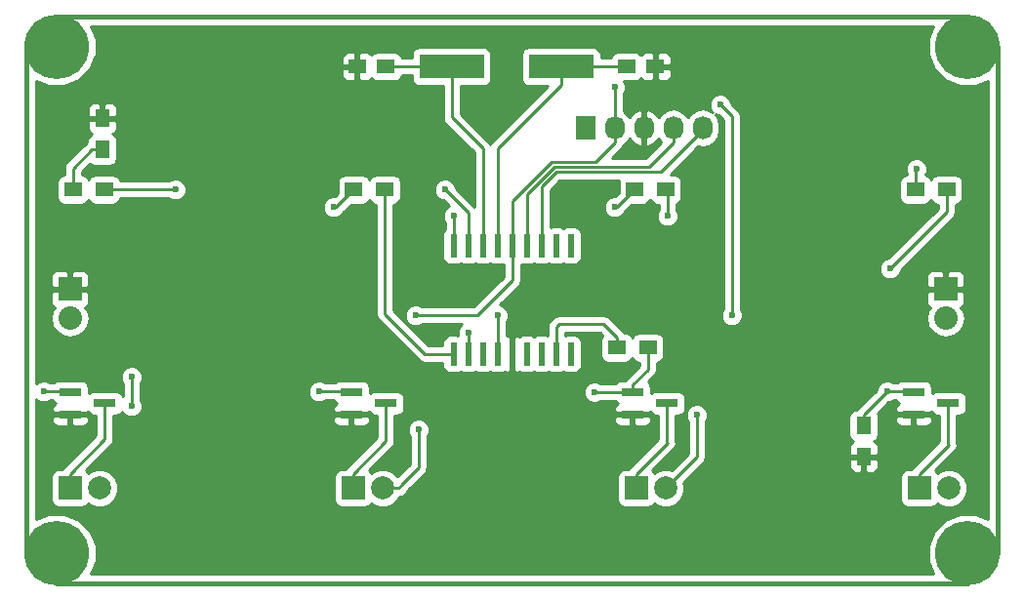
<source format=gbr>
G04 #@! TF.FileFunction,Copper,L1,Top,Signal*
%FSLAX46Y46*%
G04 Gerber Fmt 4.6, Leading zero omitted, Abs format (unit mm)*
G04 Created by KiCad (PCBNEW 4.0.7) date Wednesday, July 11, 2018 'PMt' 04:07:28 PM*
%MOMM*%
%LPD*%
G01*
G04 APERTURE LIST*
%ADD10C,0.100000*%
%ADD11C,0.400000*%
%ADD12R,1.500000X1.250000*%
%ADD13R,2.000000X2.000000*%
%ADD14C,2.000000*%
%ADD15R,1.500000X1.300000*%
%ADD16R,2.032000X2.032000*%
%ADD17O,2.032000X2.032000*%
%ADD18R,1.727200X2.032000*%
%ADD19O,1.727200X2.032000*%
%ADD20R,1.900000X0.800000*%
%ADD21R,1.300000X1.500000*%
%ADD22R,0.600000X2.000000*%
%ADD23R,5.600000X2.100000*%
%ADD24C,5.600000*%
%ADD25C,0.600000*%
%ADD26C,0.250000*%
%ADD27C,0.254000*%
G04 APERTURE END LIST*
D10*
D11*
X40500000Y-75400000D02*
X119500000Y-75400000D01*
X40500000Y-124600000D02*
X119500000Y-124600000D01*
X37900000Y-78000000D02*
X37900000Y-122000000D01*
X122100000Y-78000000D02*
X122100000Y-122000000D01*
D12*
X69068000Y-79756000D03*
X66568000Y-79756000D03*
X89936000Y-79756000D03*
X92436000Y-79756000D03*
D13*
X41656000Y-116332000D03*
D14*
X44196000Y-116332000D03*
D13*
X66209333Y-116332000D03*
D14*
X68749333Y-116332000D03*
D13*
X90762666Y-116332000D03*
D14*
X93302666Y-116332000D03*
D13*
X115315999Y-116332000D03*
D14*
X117855999Y-116332000D03*
D15*
X41910000Y-90424000D03*
X44610000Y-90424000D03*
X66267333Y-90424000D03*
X68967333Y-90424000D03*
X90624666Y-90424000D03*
X93324666Y-90424000D03*
X114981999Y-90424000D03*
X117681999Y-90424000D03*
D16*
X41656000Y-99060000D03*
D17*
X41656000Y-101600000D03*
D18*
X86360000Y-85090000D03*
D19*
X88900000Y-85090000D03*
X91440000Y-85090000D03*
X93980000Y-85090000D03*
X96520000Y-85090000D03*
D16*
X117602000Y-99060000D03*
D17*
X117602000Y-101600000D03*
D20*
X41680000Y-108016000D03*
X41680000Y-109916000D03*
X44680000Y-108966000D03*
X66064000Y-108016000D03*
X66064000Y-109916000D03*
X69064000Y-108966000D03*
X90448000Y-108016000D03*
X90448000Y-109916000D03*
X93448000Y-108966000D03*
X114832000Y-108016000D03*
X114832000Y-109916000D03*
X117832000Y-108966000D03*
D21*
X44450000Y-84248000D03*
X44450000Y-86948000D03*
D22*
X74920000Y-104700000D03*
X76190000Y-104700000D03*
X77460000Y-104700000D03*
X78730000Y-104700000D03*
X80000000Y-104700000D03*
X81270000Y-104700000D03*
X82540000Y-104700000D03*
X83810000Y-104700000D03*
X85080000Y-104700000D03*
X85080000Y-95300000D03*
X83810000Y-95300000D03*
X82540000Y-95300000D03*
X81270000Y-95300000D03*
X80000000Y-95300000D03*
X78730000Y-95300000D03*
X77460000Y-95300000D03*
X76190000Y-95300000D03*
X74920000Y-95300000D03*
D23*
X74752000Y-79756000D03*
X84252000Y-79756000D03*
D24*
X40500000Y-78000000D03*
X40500000Y-122000000D03*
X119500000Y-78000000D03*
X119500000Y-122000000D03*
D15*
X91774000Y-104140000D03*
X89074000Y-104140000D03*
D21*
X110490000Y-113618000D03*
X110490000Y-110918000D03*
D25*
X88900000Y-81534000D03*
X71628000Y-101346000D03*
X46990000Y-109220000D03*
X46990000Y-106680000D03*
X85344000Y-109982000D03*
X61722000Y-109728000D03*
X71882000Y-111252000D03*
X96012000Y-109982000D03*
X50800000Y-90424000D03*
X74168000Y-90424000D03*
X64516000Y-91948000D03*
X88900000Y-91948000D03*
X93472000Y-92710000D03*
X74930000Y-92710000D03*
X115062000Y-88646000D03*
X76200000Y-102870000D03*
X112776000Y-97282000D03*
X98044000Y-83058000D03*
X99060000Y-101346000D03*
X78740000Y-101346000D03*
X39370000Y-107950000D03*
X63246000Y-107950000D03*
X87122000Y-108016000D03*
X112522000Y-107950000D03*
D26*
X88900000Y-85090000D02*
X88900000Y-81534000D01*
X71628000Y-101346000D02*
X76962000Y-101346000D01*
X76962000Y-101346000D02*
X80000000Y-98308000D01*
X80000000Y-98308000D02*
X80000000Y-95300000D01*
X46990000Y-106680000D02*
X46990000Y-109220000D01*
X88900000Y-85090000D02*
X88900000Y-86356000D01*
X88900000Y-86356000D02*
X87256018Y-87999982D01*
X87256018Y-87999982D02*
X83447198Y-87999982D01*
X83447198Y-87999982D02*
X80000000Y-91447180D01*
X80000000Y-91447180D02*
X80000000Y-94050000D01*
X80000000Y-94050000D02*
X80000000Y-95300000D01*
X90448000Y-109916000D02*
X85410000Y-109916000D01*
X85410000Y-109916000D02*
X85344000Y-109982000D01*
X66064000Y-109916000D02*
X61910000Y-109916000D01*
X61910000Y-109916000D02*
X61722000Y-109728000D01*
X69068000Y-79756000D02*
X74752000Y-79756000D01*
X77460000Y-86858000D02*
X74752000Y-84150000D01*
X74752000Y-84150000D02*
X74752000Y-79756000D01*
X77460000Y-95300000D02*
X77460000Y-86858000D01*
X84252000Y-79756000D02*
X89936000Y-79756000D01*
X78730000Y-86878000D02*
X84252000Y-81356000D01*
X84252000Y-81356000D02*
X84252000Y-79756000D01*
X78730000Y-95300000D02*
X78730000Y-86878000D01*
X41656000Y-116332000D02*
X41656000Y-115082000D01*
X41656000Y-115082000D02*
X44680000Y-112058000D01*
X44680000Y-112058000D02*
X44680000Y-108966000D01*
X66209333Y-116332000D02*
X66209333Y-115082000D01*
X66209333Y-115082000D02*
X69064000Y-112227333D01*
X69064000Y-112227333D02*
X69064000Y-108966000D01*
X70358000Y-116078000D02*
X70358000Y-116137546D01*
X70358000Y-116137546D02*
X70163546Y-116332000D01*
X70163546Y-116332000D02*
X68749333Y-116332000D01*
X71882000Y-114554000D02*
X70358000Y-116078000D01*
X71882000Y-111252000D02*
X71882000Y-114554000D01*
X93472000Y-112372666D02*
X93448000Y-112348666D01*
X93448000Y-112348666D02*
X93448000Y-108966000D01*
X90762666Y-116332000D02*
X90762666Y-115082000D01*
X90762666Y-115082000D02*
X93472000Y-112372666D01*
X96012000Y-109982000D02*
X96012000Y-113622666D01*
X96012000Y-113622666D02*
X93302666Y-116332000D01*
X117856000Y-112541999D02*
X117832000Y-112517999D01*
X117832000Y-112517999D02*
X117832000Y-108966000D01*
X115315999Y-116332000D02*
X115315999Y-115082000D01*
X115315999Y-115082000D02*
X117856000Y-112541999D01*
X41910000Y-90424000D02*
X41910000Y-88588000D01*
X41910000Y-88588000D02*
X43550000Y-86948000D01*
X43550000Y-86948000D02*
X44450000Y-86948000D01*
X50800000Y-90424000D02*
X44610000Y-90424000D01*
X76190000Y-95300000D02*
X76190000Y-92446000D01*
X76190000Y-92446000D02*
X74168000Y-90424000D01*
X64516000Y-91948000D02*
X64743333Y-91948000D01*
X64743333Y-91948000D02*
X66267333Y-90424000D01*
X72442000Y-104700000D02*
X68967333Y-101225333D01*
X68967333Y-101225333D02*
X68967333Y-90424000D01*
X74920000Y-104700000D02*
X72442000Y-104700000D01*
X88900000Y-91948000D02*
X89100666Y-91948000D01*
X89100666Y-91948000D02*
X90624666Y-90424000D01*
X93472000Y-92710000D02*
X93472000Y-90571334D01*
X93472000Y-90571334D02*
X93324666Y-90424000D01*
X74920000Y-95300000D02*
X74920000Y-92720000D01*
X74920000Y-92720000D02*
X74930000Y-92710000D01*
X114981999Y-90424000D02*
X114981999Y-88726001D01*
X114981999Y-88726001D02*
X115062000Y-88646000D01*
X76200000Y-102870000D02*
X76200000Y-104690000D01*
X76200000Y-104690000D02*
X76190000Y-104700000D01*
X117681999Y-92376001D02*
X112776000Y-97282000D01*
X117681999Y-90424000D02*
X117681999Y-92376001D01*
X99060000Y-101346000D02*
X99060000Y-84074000D01*
X99060000Y-84074000D02*
X98044000Y-83058000D01*
X78730000Y-104700000D02*
X78730000Y-101356000D01*
X78730000Y-101356000D02*
X78740000Y-101346000D01*
X93980000Y-85090000D02*
X93980000Y-86356000D01*
X93980000Y-86356000D02*
X91886010Y-88449990D01*
X91886010Y-88449990D02*
X83633599Y-88449991D01*
X83633599Y-88449991D02*
X81270000Y-90813590D01*
X81270000Y-90813590D02*
X81270000Y-94050000D01*
X81270000Y-94050000D02*
X81270000Y-95300000D01*
X83820000Y-88900000D02*
X82540000Y-90180000D01*
X82540000Y-90180000D02*
X82540000Y-95300000D01*
X92862400Y-88900000D02*
X83820000Y-88900000D01*
X96520000Y-85090000D02*
X96520000Y-85242400D01*
X96520000Y-85242400D02*
X92862400Y-88900000D01*
X112522000Y-107950000D02*
X110490000Y-109982000D01*
X110490000Y-109982000D02*
X110490000Y-110918000D01*
X90448000Y-108016000D02*
X90448000Y-107366000D01*
X90448000Y-107366000D02*
X91774000Y-106040000D01*
X91774000Y-106040000D02*
X91774000Y-104140000D01*
X39370000Y-107950000D02*
X41614000Y-107950000D01*
X41614000Y-107950000D02*
X41680000Y-108016000D01*
X63246000Y-107950000D02*
X65998000Y-107950000D01*
X65998000Y-107950000D02*
X66064000Y-108016000D01*
X90448000Y-108016000D02*
X87122000Y-108016000D01*
X112522000Y-107950000D02*
X114766000Y-107950000D01*
X114766000Y-107950000D02*
X114832000Y-108016000D01*
X84074000Y-102108000D02*
X83810000Y-102372000D01*
X83810000Y-102372000D02*
X83810000Y-104700000D01*
X87942000Y-102108000D02*
X84074000Y-102108000D01*
X89074000Y-104140000D02*
X89074000Y-103240000D01*
X89074000Y-103240000D02*
X87942000Y-102108000D01*
X83810000Y-105400000D02*
X83810000Y-104700000D01*
D27*
G36*
X116065597Y-77313739D02*
X116064405Y-78680266D01*
X116586250Y-79943229D01*
X117551688Y-80910354D01*
X118813739Y-81434403D01*
X120180266Y-81435595D01*
X121265000Y-80987393D01*
X121265000Y-119013528D01*
X120186261Y-118565597D01*
X118819734Y-118564405D01*
X117556771Y-119086250D01*
X116589646Y-120051688D01*
X116065597Y-121313739D01*
X116064405Y-122680266D01*
X116512607Y-123765000D01*
X43486472Y-123765000D01*
X43934403Y-122686261D01*
X43935595Y-121319734D01*
X43413750Y-120056771D01*
X42448312Y-119089646D01*
X41186261Y-118565597D01*
X39819734Y-118564405D01*
X38735000Y-119012607D01*
X38735000Y-110201750D01*
X40095000Y-110201750D01*
X40095000Y-110442310D01*
X40191673Y-110675699D01*
X40370302Y-110854327D01*
X40603691Y-110951000D01*
X41394250Y-110951000D01*
X41553000Y-110792250D01*
X41553000Y-110043000D01*
X41807000Y-110043000D01*
X41807000Y-110792250D01*
X41965750Y-110951000D01*
X42756309Y-110951000D01*
X42989698Y-110854327D01*
X43168327Y-110675699D01*
X43265000Y-110442310D01*
X43265000Y-110201750D01*
X43106250Y-110043000D01*
X41807000Y-110043000D01*
X41553000Y-110043000D01*
X40253750Y-110043000D01*
X40095000Y-110201750D01*
X38735000Y-110201750D01*
X38735000Y-108637336D01*
X38839673Y-108742192D01*
X39183201Y-108884838D01*
X39555167Y-108885162D01*
X39898943Y-108743117D01*
X39932118Y-108710000D01*
X40164599Y-108710000D01*
X40265910Y-108867441D01*
X40405750Y-108962990D01*
X40370302Y-108977673D01*
X40191673Y-109156301D01*
X40095000Y-109389690D01*
X40095000Y-109630250D01*
X40253750Y-109789000D01*
X41553000Y-109789000D01*
X41553000Y-109769000D01*
X41807000Y-109769000D01*
X41807000Y-109789000D01*
X43106250Y-109789000D01*
X43192262Y-109702988D01*
X43265910Y-109817441D01*
X43478110Y-109962431D01*
X43730000Y-110013440D01*
X43920000Y-110013440D01*
X43920000Y-111743198D01*
X41118599Y-114544599D01*
X41025080Y-114684560D01*
X40656000Y-114684560D01*
X40420683Y-114728838D01*
X40204559Y-114867910D01*
X40059569Y-115080110D01*
X40008560Y-115332000D01*
X40008560Y-117332000D01*
X40052838Y-117567317D01*
X40191910Y-117783441D01*
X40404110Y-117928431D01*
X40656000Y-117979440D01*
X42656000Y-117979440D01*
X42891317Y-117935162D01*
X43107441Y-117796090D01*
X43204910Y-117653439D01*
X43268637Y-117717278D01*
X43869352Y-117966716D01*
X44519795Y-117967284D01*
X45120943Y-117718894D01*
X45581278Y-117259363D01*
X45830716Y-116658648D01*
X45831284Y-116008205D01*
X45582894Y-115407057D01*
X45123363Y-114946722D01*
X44522648Y-114697284D01*
X43872205Y-114696716D01*
X43271057Y-114945106D01*
X43204426Y-115011621D01*
X43120090Y-114880559D01*
X43008494Y-114804308D01*
X45217401Y-112595401D01*
X45382148Y-112348839D01*
X45440000Y-112058000D01*
X45440000Y-110201750D01*
X64479000Y-110201750D01*
X64479000Y-110442310D01*
X64575673Y-110675699D01*
X64754302Y-110854327D01*
X64987691Y-110951000D01*
X65778250Y-110951000D01*
X65937000Y-110792250D01*
X65937000Y-110043000D01*
X66191000Y-110043000D01*
X66191000Y-110792250D01*
X66349750Y-110951000D01*
X67140309Y-110951000D01*
X67373698Y-110854327D01*
X67552327Y-110675699D01*
X67649000Y-110442310D01*
X67649000Y-110201750D01*
X67490250Y-110043000D01*
X66191000Y-110043000D01*
X65937000Y-110043000D01*
X64637750Y-110043000D01*
X64479000Y-110201750D01*
X45440000Y-110201750D01*
X45440000Y-110013440D01*
X45630000Y-110013440D01*
X45865317Y-109969162D01*
X46081441Y-109830090D01*
X46174274Y-109694225D01*
X46196883Y-109748943D01*
X46459673Y-110012192D01*
X46803201Y-110154838D01*
X47175167Y-110155162D01*
X47518943Y-110013117D01*
X47782192Y-109750327D01*
X47924838Y-109406799D01*
X47925162Y-109034833D01*
X47783117Y-108691057D01*
X47750000Y-108657882D01*
X47750000Y-108135167D01*
X62310838Y-108135167D01*
X62452883Y-108478943D01*
X62715673Y-108742192D01*
X63059201Y-108884838D01*
X63431167Y-108885162D01*
X63774943Y-108743117D01*
X63808118Y-108710000D01*
X64548599Y-108710000D01*
X64649910Y-108867441D01*
X64789750Y-108962990D01*
X64754302Y-108977673D01*
X64575673Y-109156301D01*
X64479000Y-109389690D01*
X64479000Y-109630250D01*
X64637750Y-109789000D01*
X65937000Y-109789000D01*
X65937000Y-109769000D01*
X66191000Y-109769000D01*
X66191000Y-109789000D01*
X67490250Y-109789000D01*
X67576262Y-109702988D01*
X67649910Y-109817441D01*
X67862110Y-109962431D01*
X68114000Y-110013440D01*
X68304000Y-110013440D01*
X68304000Y-111912531D01*
X65671932Y-114544599D01*
X65578413Y-114684560D01*
X65209333Y-114684560D01*
X64974016Y-114728838D01*
X64757892Y-114867910D01*
X64612902Y-115080110D01*
X64561893Y-115332000D01*
X64561893Y-117332000D01*
X64606171Y-117567317D01*
X64745243Y-117783441D01*
X64957443Y-117928431D01*
X65209333Y-117979440D01*
X67209333Y-117979440D01*
X67444650Y-117935162D01*
X67660774Y-117796090D01*
X67758243Y-117653439D01*
X67821970Y-117717278D01*
X68422685Y-117966716D01*
X69073128Y-117967284D01*
X69674276Y-117718894D01*
X70134611Y-117259363D01*
X70207758Y-117083206D01*
X70454385Y-117034148D01*
X70700947Y-116869401D01*
X70895401Y-116674947D01*
X71015305Y-116495497D01*
X72419401Y-115091401D01*
X72584148Y-114844840D01*
X72607449Y-114727698D01*
X72642000Y-114554000D01*
X72642000Y-111814463D01*
X72674192Y-111782327D01*
X72816838Y-111438799D01*
X72817162Y-111066833D01*
X72675117Y-110723057D01*
X72412327Y-110459808D01*
X72068799Y-110317162D01*
X71696833Y-110316838D01*
X71353057Y-110458883D01*
X71089808Y-110721673D01*
X70947162Y-111065201D01*
X70946838Y-111437167D01*
X71088883Y-111780943D01*
X71122000Y-111814118D01*
X71122000Y-114239198D01*
X70045264Y-115315934D01*
X69676696Y-114946722D01*
X69075981Y-114697284D01*
X68425538Y-114696716D01*
X67824390Y-114945106D01*
X67757759Y-115011621D01*
X67673423Y-114880559D01*
X67561827Y-114804308D01*
X69601401Y-112764734D01*
X69766148Y-112518172D01*
X69824000Y-112227333D01*
X69824000Y-110201750D01*
X88863000Y-110201750D01*
X88863000Y-110442310D01*
X88959673Y-110675699D01*
X89138302Y-110854327D01*
X89371691Y-110951000D01*
X90162250Y-110951000D01*
X90321000Y-110792250D01*
X90321000Y-110043000D01*
X90575000Y-110043000D01*
X90575000Y-110792250D01*
X90733750Y-110951000D01*
X91524309Y-110951000D01*
X91757698Y-110854327D01*
X91936327Y-110675699D01*
X92033000Y-110442310D01*
X92033000Y-110201750D01*
X91874250Y-110043000D01*
X90575000Y-110043000D01*
X90321000Y-110043000D01*
X89021750Y-110043000D01*
X88863000Y-110201750D01*
X69824000Y-110201750D01*
X69824000Y-110013440D01*
X70014000Y-110013440D01*
X70249317Y-109969162D01*
X70465441Y-109830090D01*
X70610431Y-109617890D01*
X70661440Y-109366000D01*
X70661440Y-108566000D01*
X70617162Y-108330683D01*
X70478090Y-108114559D01*
X70265890Y-107969569D01*
X70014000Y-107918560D01*
X68114000Y-107918560D01*
X67878683Y-107962838D01*
X67662559Y-108101910D01*
X67661440Y-108103548D01*
X67661440Y-107616000D01*
X67617162Y-107380683D01*
X67478090Y-107164559D01*
X67265890Y-107019569D01*
X67014000Y-106968560D01*
X65114000Y-106968560D01*
X64878683Y-107012838D01*
X64662559Y-107151910D01*
X64636533Y-107190000D01*
X63808463Y-107190000D01*
X63776327Y-107157808D01*
X63432799Y-107015162D01*
X63060833Y-107014838D01*
X62717057Y-107156883D01*
X62453808Y-107419673D01*
X62311162Y-107763201D01*
X62310838Y-108135167D01*
X47750000Y-108135167D01*
X47750000Y-107242463D01*
X47782192Y-107210327D01*
X47924838Y-106866799D01*
X47925162Y-106494833D01*
X47783117Y-106151057D01*
X47520327Y-105887808D01*
X47176799Y-105745162D01*
X46804833Y-105744838D01*
X46461057Y-105886883D01*
X46197808Y-106149673D01*
X46055162Y-106493201D01*
X46054838Y-106865167D01*
X46196883Y-107208943D01*
X46230000Y-107242118D01*
X46230000Y-108325769D01*
X46094090Y-108114559D01*
X45881890Y-107969569D01*
X45630000Y-107918560D01*
X43730000Y-107918560D01*
X43494683Y-107962838D01*
X43278559Y-108101910D01*
X43277440Y-108103548D01*
X43277440Y-107616000D01*
X43233162Y-107380683D01*
X43094090Y-107164559D01*
X42881890Y-107019569D01*
X42630000Y-106968560D01*
X40730000Y-106968560D01*
X40494683Y-107012838D01*
X40278559Y-107151910D01*
X40252533Y-107190000D01*
X39932463Y-107190000D01*
X39900327Y-107157808D01*
X39556799Y-107015162D01*
X39184833Y-107014838D01*
X38841057Y-107156883D01*
X38735000Y-107262755D01*
X38735000Y-101600000D01*
X39972655Y-101600000D01*
X40098330Y-102231810D01*
X40456222Y-102767433D01*
X40991845Y-103125325D01*
X41623655Y-103251000D01*
X41688345Y-103251000D01*
X42320155Y-103125325D01*
X42855778Y-102767433D01*
X43213670Y-102231810D01*
X43339345Y-101600000D01*
X43213670Y-100968190D01*
X42989034Y-100631999D01*
X43031698Y-100614327D01*
X43210327Y-100435699D01*
X43307000Y-100202310D01*
X43307000Y-99345750D01*
X43148250Y-99187000D01*
X41783000Y-99187000D01*
X41783000Y-99207000D01*
X41529000Y-99207000D01*
X41529000Y-99187000D01*
X40163750Y-99187000D01*
X40005000Y-99345750D01*
X40005000Y-100202310D01*
X40101673Y-100435699D01*
X40280302Y-100614327D01*
X40322966Y-100631999D01*
X40098330Y-100968190D01*
X39972655Y-101600000D01*
X38735000Y-101600000D01*
X38735000Y-97917690D01*
X40005000Y-97917690D01*
X40005000Y-98774250D01*
X40163750Y-98933000D01*
X41529000Y-98933000D01*
X41529000Y-97567750D01*
X41783000Y-97567750D01*
X41783000Y-98933000D01*
X43148250Y-98933000D01*
X43307000Y-98774250D01*
X43307000Y-97917690D01*
X43210327Y-97684301D01*
X43031698Y-97505673D01*
X42798309Y-97409000D01*
X41941750Y-97409000D01*
X41783000Y-97567750D01*
X41529000Y-97567750D01*
X41370250Y-97409000D01*
X40513691Y-97409000D01*
X40280302Y-97505673D01*
X40101673Y-97684301D01*
X40005000Y-97917690D01*
X38735000Y-97917690D01*
X38735000Y-92133167D01*
X63580838Y-92133167D01*
X63722883Y-92476943D01*
X63985673Y-92740192D01*
X64329201Y-92882838D01*
X64701167Y-92883162D01*
X65044943Y-92741117D01*
X65308192Y-92478327D01*
X65322667Y-92443468D01*
X66044695Y-91721440D01*
X67017333Y-91721440D01*
X67252650Y-91677162D01*
X67468774Y-91538090D01*
X67613764Y-91325890D01*
X67616414Y-91312803D01*
X67753243Y-91525441D01*
X67965443Y-91670431D01*
X68207333Y-91719415D01*
X68207333Y-101225333D01*
X68265185Y-101516172D01*
X68429932Y-101762734D01*
X71904599Y-105237401D01*
X72151160Y-105402148D01*
X72442000Y-105460000D01*
X73972560Y-105460000D01*
X73972560Y-105700000D01*
X74016838Y-105935317D01*
X74155910Y-106151441D01*
X74368110Y-106296431D01*
X74620000Y-106347440D01*
X75220000Y-106347440D01*
X75455317Y-106303162D01*
X75554528Y-106239322D01*
X75638110Y-106296431D01*
X75890000Y-106347440D01*
X76490000Y-106347440D01*
X76725317Y-106303162D01*
X76824528Y-106239322D01*
X76908110Y-106296431D01*
X77160000Y-106347440D01*
X77760000Y-106347440D01*
X77995317Y-106303162D01*
X78094528Y-106239322D01*
X78178110Y-106296431D01*
X78430000Y-106347440D01*
X79030000Y-106347440D01*
X79265317Y-106303162D01*
X79355980Y-106244822D01*
X79573690Y-106335000D01*
X79714250Y-106335000D01*
X79873000Y-106176250D01*
X79873000Y-104827000D01*
X79853000Y-104827000D01*
X79853000Y-104573000D01*
X79873000Y-104573000D01*
X79873000Y-103223750D01*
X80127000Y-103223750D01*
X80127000Y-104573000D01*
X80147000Y-104573000D01*
X80147000Y-104827000D01*
X80127000Y-104827000D01*
X80127000Y-106176250D01*
X80285750Y-106335000D01*
X80426310Y-106335000D01*
X80643122Y-106245194D01*
X80718110Y-106296431D01*
X80970000Y-106347440D01*
X81570000Y-106347440D01*
X81805317Y-106303162D01*
X81904528Y-106239322D01*
X81988110Y-106296431D01*
X82240000Y-106347440D01*
X82840000Y-106347440D01*
X83075317Y-106303162D01*
X83174528Y-106239322D01*
X83258110Y-106296431D01*
X83510000Y-106347440D01*
X84110000Y-106347440D01*
X84345317Y-106303162D01*
X84444528Y-106239322D01*
X84528110Y-106296431D01*
X84780000Y-106347440D01*
X85380000Y-106347440D01*
X85615317Y-106303162D01*
X85831441Y-106164090D01*
X85976431Y-105951890D01*
X86027440Y-105700000D01*
X86027440Y-103700000D01*
X85983162Y-103464683D01*
X85844090Y-103248559D01*
X85631890Y-103103569D01*
X85380000Y-103052560D01*
X84780000Y-103052560D01*
X84570000Y-103092074D01*
X84570000Y-102868000D01*
X87627198Y-102868000D01*
X87837061Y-103077863D01*
X87727569Y-103238110D01*
X87676560Y-103490000D01*
X87676560Y-104790000D01*
X87720838Y-105025317D01*
X87859910Y-105241441D01*
X88072110Y-105386431D01*
X88324000Y-105437440D01*
X89824000Y-105437440D01*
X90059317Y-105393162D01*
X90275441Y-105254090D01*
X90420431Y-105041890D01*
X90423081Y-105028803D01*
X90559910Y-105241441D01*
X90772110Y-105386431D01*
X91014000Y-105435415D01*
X91014000Y-105725198D01*
X89910599Y-106828599D01*
X89817080Y-106968560D01*
X89498000Y-106968560D01*
X89262683Y-107012838D01*
X89046559Y-107151910D01*
X88975437Y-107256000D01*
X87684463Y-107256000D01*
X87652327Y-107223808D01*
X87308799Y-107081162D01*
X86936833Y-107080838D01*
X86593057Y-107222883D01*
X86329808Y-107485673D01*
X86187162Y-107829201D01*
X86186838Y-108201167D01*
X86328883Y-108544943D01*
X86591673Y-108808192D01*
X86935201Y-108950838D01*
X87307167Y-108951162D01*
X87650943Y-108809117D01*
X87684118Y-108776000D01*
X88975069Y-108776000D01*
X89033910Y-108867441D01*
X89173750Y-108962990D01*
X89138302Y-108977673D01*
X88959673Y-109156301D01*
X88863000Y-109389690D01*
X88863000Y-109630250D01*
X89021750Y-109789000D01*
X90321000Y-109789000D01*
X90321000Y-109769000D01*
X90575000Y-109769000D01*
X90575000Y-109789000D01*
X91874250Y-109789000D01*
X91960262Y-109702988D01*
X92033910Y-109817441D01*
X92246110Y-109962431D01*
X92498000Y-110013440D01*
X92688000Y-110013440D01*
X92688000Y-112081864D01*
X90225265Y-114544599D01*
X90131746Y-114684560D01*
X89762666Y-114684560D01*
X89527349Y-114728838D01*
X89311225Y-114867910D01*
X89166235Y-115080110D01*
X89115226Y-115332000D01*
X89115226Y-117332000D01*
X89159504Y-117567317D01*
X89298576Y-117783441D01*
X89510776Y-117928431D01*
X89762666Y-117979440D01*
X91762666Y-117979440D01*
X91997983Y-117935162D01*
X92214107Y-117796090D01*
X92311576Y-117653439D01*
X92375303Y-117717278D01*
X92976018Y-117966716D01*
X93626461Y-117967284D01*
X94227609Y-117718894D01*
X94687944Y-117259363D01*
X94937382Y-116658648D01*
X94937950Y-116008205D01*
X94868747Y-115840721D01*
X96549401Y-114160067D01*
X96714148Y-113913505D01*
X96716088Y-113903750D01*
X109205000Y-113903750D01*
X109205000Y-114494309D01*
X109301673Y-114727698D01*
X109480301Y-114906327D01*
X109713690Y-115003000D01*
X110204250Y-115003000D01*
X110363000Y-114844250D01*
X110363000Y-113745000D01*
X110617000Y-113745000D01*
X110617000Y-114844250D01*
X110775750Y-115003000D01*
X111266310Y-115003000D01*
X111499699Y-114906327D01*
X111678327Y-114727698D01*
X111775000Y-114494309D01*
X111775000Y-113903750D01*
X111616250Y-113745000D01*
X110617000Y-113745000D01*
X110363000Y-113745000D01*
X109363750Y-113745000D01*
X109205000Y-113903750D01*
X96716088Y-113903750D01*
X96772000Y-113622666D01*
X96772000Y-110544463D01*
X96804192Y-110512327D01*
X96946838Y-110168799D01*
X96946838Y-110168000D01*
X109192560Y-110168000D01*
X109192560Y-111668000D01*
X109236838Y-111903317D01*
X109375910Y-112119441D01*
X109588110Y-112264431D01*
X109621490Y-112271191D01*
X109480301Y-112329673D01*
X109301673Y-112508302D01*
X109205000Y-112741691D01*
X109205000Y-113332250D01*
X109363750Y-113491000D01*
X110363000Y-113491000D01*
X110363000Y-113471000D01*
X110617000Y-113471000D01*
X110617000Y-113491000D01*
X111616250Y-113491000D01*
X111775000Y-113332250D01*
X111775000Y-112741691D01*
X111678327Y-112508302D01*
X111499699Y-112329673D01*
X111363713Y-112273346D01*
X111375317Y-112271162D01*
X111591441Y-112132090D01*
X111736431Y-111919890D01*
X111787440Y-111668000D01*
X111787440Y-110201750D01*
X113247000Y-110201750D01*
X113247000Y-110442310D01*
X113343673Y-110675699D01*
X113522302Y-110854327D01*
X113755691Y-110951000D01*
X114546250Y-110951000D01*
X114705000Y-110792250D01*
X114705000Y-110043000D01*
X114959000Y-110043000D01*
X114959000Y-110792250D01*
X115117750Y-110951000D01*
X115908309Y-110951000D01*
X116141698Y-110854327D01*
X116320327Y-110675699D01*
X116417000Y-110442310D01*
X116417000Y-110201750D01*
X116258250Y-110043000D01*
X114959000Y-110043000D01*
X114705000Y-110043000D01*
X113405750Y-110043000D01*
X113247000Y-110201750D01*
X111787440Y-110201750D01*
X111787440Y-110168000D01*
X111743162Y-109932683D01*
X111692637Y-109854165D01*
X112661680Y-108885122D01*
X112707167Y-108885162D01*
X113050943Y-108743117D01*
X113084118Y-108710000D01*
X113316599Y-108710000D01*
X113417910Y-108867441D01*
X113557750Y-108962990D01*
X113522302Y-108977673D01*
X113343673Y-109156301D01*
X113247000Y-109389690D01*
X113247000Y-109630250D01*
X113405750Y-109789000D01*
X114705000Y-109789000D01*
X114705000Y-109769000D01*
X114959000Y-109769000D01*
X114959000Y-109789000D01*
X116258250Y-109789000D01*
X116344262Y-109702988D01*
X116417910Y-109817441D01*
X116630110Y-109962431D01*
X116882000Y-110013440D01*
X117072000Y-110013440D01*
X117072000Y-112251197D01*
X114778598Y-114544599D01*
X114685079Y-114684560D01*
X114315999Y-114684560D01*
X114080682Y-114728838D01*
X113864558Y-114867910D01*
X113719568Y-115080110D01*
X113668559Y-115332000D01*
X113668559Y-117332000D01*
X113712837Y-117567317D01*
X113851909Y-117783441D01*
X114064109Y-117928431D01*
X114315999Y-117979440D01*
X116315999Y-117979440D01*
X116551316Y-117935162D01*
X116767440Y-117796090D01*
X116864909Y-117653439D01*
X116928636Y-117717278D01*
X117529351Y-117966716D01*
X118179794Y-117967284D01*
X118780942Y-117718894D01*
X119241277Y-117259363D01*
X119490715Y-116658648D01*
X119491283Y-116008205D01*
X119242893Y-115407057D01*
X118783362Y-114946722D01*
X118182647Y-114697284D01*
X117532204Y-114696716D01*
X116931056Y-114945106D01*
X116864425Y-115011621D01*
X116780089Y-114880559D01*
X116668493Y-114804308D01*
X118393401Y-113079400D01*
X118558148Y-112832838D01*
X118616000Y-112541999D01*
X118592000Y-112421344D01*
X118592000Y-110013440D01*
X118782000Y-110013440D01*
X119017317Y-109969162D01*
X119233441Y-109830090D01*
X119378431Y-109617890D01*
X119429440Y-109366000D01*
X119429440Y-108566000D01*
X119385162Y-108330683D01*
X119246090Y-108114559D01*
X119033890Y-107969569D01*
X118782000Y-107918560D01*
X116882000Y-107918560D01*
X116646683Y-107962838D01*
X116430559Y-108101910D01*
X116429440Y-108103548D01*
X116429440Y-107616000D01*
X116385162Y-107380683D01*
X116246090Y-107164559D01*
X116033890Y-107019569D01*
X115782000Y-106968560D01*
X113882000Y-106968560D01*
X113646683Y-107012838D01*
X113430559Y-107151910D01*
X113404533Y-107190000D01*
X113084463Y-107190000D01*
X113052327Y-107157808D01*
X112708799Y-107015162D01*
X112336833Y-107014838D01*
X111993057Y-107156883D01*
X111729808Y-107419673D01*
X111587162Y-107763201D01*
X111587121Y-107810077D01*
X109952599Y-109444599D01*
X109901844Y-109520560D01*
X109840000Y-109520560D01*
X109604683Y-109564838D01*
X109388559Y-109703910D01*
X109243569Y-109916110D01*
X109192560Y-110168000D01*
X96946838Y-110168000D01*
X96947162Y-109796833D01*
X96805117Y-109453057D01*
X96542327Y-109189808D01*
X96198799Y-109047162D01*
X95826833Y-109046838D01*
X95483057Y-109188883D01*
X95219808Y-109451673D01*
X95077162Y-109795201D01*
X95076838Y-110167167D01*
X95218883Y-110510943D01*
X95252000Y-110544118D01*
X95252000Y-113307864D01*
X93794139Y-114765725D01*
X93629314Y-114697284D01*
X92978871Y-114696716D01*
X92377723Y-114945106D01*
X92311092Y-115011621D01*
X92226756Y-114880559D01*
X92115160Y-114804308D01*
X94009401Y-112910067D01*
X94174148Y-112663505D01*
X94232000Y-112372666D01*
X94208000Y-112252011D01*
X94208000Y-110013440D01*
X94398000Y-110013440D01*
X94633317Y-109969162D01*
X94849441Y-109830090D01*
X94994431Y-109617890D01*
X95045440Y-109366000D01*
X95045440Y-108566000D01*
X95001162Y-108330683D01*
X94862090Y-108114559D01*
X94649890Y-107969569D01*
X94398000Y-107918560D01*
X92498000Y-107918560D01*
X92262683Y-107962838D01*
X92046559Y-108101910D01*
X92045440Y-108103548D01*
X92045440Y-107616000D01*
X92001162Y-107380683D01*
X91862090Y-107164559D01*
X91780198Y-107108604D01*
X92311401Y-106577401D01*
X92476148Y-106330840D01*
X92534000Y-106040000D01*
X92534000Y-105435558D01*
X92759317Y-105393162D01*
X92975441Y-105254090D01*
X93120431Y-105041890D01*
X93171440Y-104790000D01*
X93171440Y-103490000D01*
X93127162Y-103254683D01*
X92988090Y-103038559D01*
X92775890Y-102893569D01*
X92524000Y-102842560D01*
X91024000Y-102842560D01*
X90788683Y-102886838D01*
X90572559Y-103025910D01*
X90427569Y-103238110D01*
X90424919Y-103251197D01*
X90288090Y-103038559D01*
X90075890Y-102893569D01*
X89824000Y-102842560D01*
X89704920Y-102842560D01*
X89611401Y-102702599D01*
X88479401Y-101570599D01*
X88232839Y-101405852D01*
X87942000Y-101348000D01*
X84074000Y-101348000D01*
X83783160Y-101405852D01*
X83536599Y-101570599D01*
X83272599Y-101834599D01*
X83107852Y-102081161D01*
X83050000Y-102372000D01*
X83050000Y-103095086D01*
X82840000Y-103052560D01*
X82240000Y-103052560D01*
X82004683Y-103096838D01*
X81905472Y-103160678D01*
X81821890Y-103103569D01*
X81570000Y-103052560D01*
X80970000Y-103052560D01*
X80734683Y-103096838D01*
X80644020Y-103155178D01*
X80426310Y-103065000D01*
X80285750Y-103065000D01*
X80127000Y-103223750D01*
X79873000Y-103223750D01*
X79714250Y-103065000D01*
X79573690Y-103065000D01*
X79490000Y-103099666D01*
X79490000Y-101918445D01*
X79532192Y-101876327D01*
X79674838Y-101532799D01*
X79675162Y-101160833D01*
X79533117Y-100817057D01*
X79270327Y-100553808D01*
X78958483Y-100424319D01*
X80537401Y-98845401D01*
X80702148Y-98598839D01*
X80760000Y-98308000D01*
X80760000Y-96904914D01*
X80970000Y-96947440D01*
X81570000Y-96947440D01*
X81805317Y-96903162D01*
X81904528Y-96839322D01*
X81988110Y-96896431D01*
X82240000Y-96947440D01*
X82840000Y-96947440D01*
X83075317Y-96903162D01*
X83174528Y-96839322D01*
X83258110Y-96896431D01*
X83510000Y-96947440D01*
X84110000Y-96947440D01*
X84345317Y-96903162D01*
X84444528Y-96839322D01*
X84528110Y-96896431D01*
X84780000Y-96947440D01*
X85380000Y-96947440D01*
X85615317Y-96903162D01*
X85831441Y-96764090D01*
X85976431Y-96551890D01*
X86027440Y-96300000D01*
X86027440Y-94300000D01*
X85983162Y-94064683D01*
X85844090Y-93848559D01*
X85631890Y-93703569D01*
X85380000Y-93652560D01*
X84780000Y-93652560D01*
X84544683Y-93696838D01*
X84445472Y-93760678D01*
X84361890Y-93703569D01*
X84110000Y-93652560D01*
X83510000Y-93652560D01*
X83300000Y-93692074D01*
X83300000Y-90494802D01*
X84134802Y-89660000D01*
X89250312Y-89660000D01*
X89227226Y-89774000D01*
X89227226Y-90746638D01*
X88960812Y-91013052D01*
X88714833Y-91012838D01*
X88371057Y-91154883D01*
X88107808Y-91417673D01*
X87965162Y-91761201D01*
X87964838Y-92133167D01*
X88106883Y-92476943D01*
X88369673Y-92740192D01*
X88713201Y-92882838D01*
X89085167Y-92883162D01*
X89428943Y-92741117D01*
X89692192Y-92478327D01*
X89725603Y-92397865D01*
X90402028Y-91721440D01*
X91374666Y-91721440D01*
X91609983Y-91677162D01*
X91826107Y-91538090D01*
X91971097Y-91325890D01*
X91973747Y-91312803D01*
X92110576Y-91525441D01*
X92322776Y-91670431D01*
X92574666Y-91721440D01*
X92712000Y-91721440D01*
X92712000Y-92147537D01*
X92679808Y-92179673D01*
X92537162Y-92523201D01*
X92536838Y-92895167D01*
X92678883Y-93238943D01*
X92941673Y-93502192D01*
X93285201Y-93644838D01*
X93657167Y-93645162D01*
X94000943Y-93503117D01*
X94264192Y-93240327D01*
X94406838Y-92896799D01*
X94407162Y-92524833D01*
X94265117Y-92181057D01*
X94232000Y-92147882D01*
X94232000Y-91691836D01*
X94309983Y-91677162D01*
X94526107Y-91538090D01*
X94671097Y-91325890D01*
X94722106Y-91074000D01*
X94722106Y-89774000D01*
X94677828Y-89538683D01*
X94538756Y-89322559D01*
X94326556Y-89177569D01*
X94074666Y-89126560D01*
X93710642Y-89126560D01*
X96139536Y-86697666D01*
X96520000Y-86773345D01*
X97093489Y-86659271D01*
X97579670Y-86334415D01*
X97904526Y-85848234D01*
X98018600Y-85274745D01*
X98018600Y-84905255D01*
X97904526Y-84331766D01*
X97609273Y-83889889D01*
X97857201Y-83992838D01*
X97904077Y-83992879D01*
X98300000Y-84388802D01*
X98300000Y-100783537D01*
X98267808Y-100815673D01*
X98125162Y-101159201D01*
X98124838Y-101531167D01*
X98266883Y-101874943D01*
X98529673Y-102138192D01*
X98873201Y-102280838D01*
X99245167Y-102281162D01*
X99588943Y-102139117D01*
X99852192Y-101876327D01*
X99966933Y-101600000D01*
X115918655Y-101600000D01*
X116044330Y-102231810D01*
X116402222Y-102767433D01*
X116937845Y-103125325D01*
X117569655Y-103251000D01*
X117634345Y-103251000D01*
X118266155Y-103125325D01*
X118801778Y-102767433D01*
X119159670Y-102231810D01*
X119285345Y-101600000D01*
X119159670Y-100968190D01*
X118935034Y-100631999D01*
X118977698Y-100614327D01*
X119156327Y-100435699D01*
X119253000Y-100202310D01*
X119253000Y-99345750D01*
X119094250Y-99187000D01*
X117729000Y-99187000D01*
X117729000Y-99207000D01*
X117475000Y-99207000D01*
X117475000Y-99187000D01*
X116109750Y-99187000D01*
X115951000Y-99345750D01*
X115951000Y-100202310D01*
X116047673Y-100435699D01*
X116226302Y-100614327D01*
X116268966Y-100631999D01*
X116044330Y-100968190D01*
X115918655Y-101600000D01*
X99966933Y-101600000D01*
X99994838Y-101532799D01*
X99995162Y-101160833D01*
X99853117Y-100817057D01*
X99820000Y-100783882D01*
X99820000Y-97467167D01*
X111840838Y-97467167D01*
X111982883Y-97810943D01*
X112245673Y-98074192D01*
X112589201Y-98216838D01*
X112961167Y-98217162D01*
X113304943Y-98075117D01*
X113462644Y-97917690D01*
X115951000Y-97917690D01*
X115951000Y-98774250D01*
X116109750Y-98933000D01*
X117475000Y-98933000D01*
X117475000Y-97567750D01*
X117729000Y-97567750D01*
X117729000Y-98933000D01*
X119094250Y-98933000D01*
X119253000Y-98774250D01*
X119253000Y-97917690D01*
X119156327Y-97684301D01*
X118977698Y-97505673D01*
X118744309Y-97409000D01*
X117887750Y-97409000D01*
X117729000Y-97567750D01*
X117475000Y-97567750D01*
X117316250Y-97409000D01*
X116459691Y-97409000D01*
X116226302Y-97505673D01*
X116047673Y-97684301D01*
X115951000Y-97917690D01*
X113462644Y-97917690D01*
X113568192Y-97812327D01*
X113710838Y-97468799D01*
X113710879Y-97421923D01*
X118219400Y-92913402D01*
X118384147Y-92666841D01*
X118441999Y-92376001D01*
X118441999Y-91719558D01*
X118667316Y-91677162D01*
X118883440Y-91538090D01*
X119028430Y-91325890D01*
X119079439Y-91074000D01*
X119079439Y-89774000D01*
X119035161Y-89538683D01*
X118896089Y-89322559D01*
X118683889Y-89177569D01*
X118431999Y-89126560D01*
X116931999Y-89126560D01*
X116696682Y-89170838D01*
X116480558Y-89309910D01*
X116335568Y-89522110D01*
X116332918Y-89535197D01*
X116196089Y-89322559D01*
X115983889Y-89177569D01*
X115863776Y-89153246D01*
X115996838Y-88832799D01*
X115997162Y-88460833D01*
X115855117Y-88117057D01*
X115592327Y-87853808D01*
X115248799Y-87711162D01*
X114876833Y-87710838D01*
X114533057Y-87852883D01*
X114269808Y-88115673D01*
X114127162Y-88459201D01*
X114126838Y-88831167D01*
X114221999Y-89061475D01*
X114221999Y-89128442D01*
X113996682Y-89170838D01*
X113780558Y-89309910D01*
X113635568Y-89522110D01*
X113584559Y-89774000D01*
X113584559Y-91074000D01*
X113628837Y-91309317D01*
X113767909Y-91525441D01*
X113980109Y-91670431D01*
X114231999Y-91721440D01*
X115731999Y-91721440D01*
X115967316Y-91677162D01*
X116183440Y-91538090D01*
X116328430Y-91325890D01*
X116331080Y-91312803D01*
X116467909Y-91525441D01*
X116680109Y-91670431D01*
X116921999Y-91719415D01*
X116921999Y-92061199D01*
X112636320Y-96346878D01*
X112590833Y-96346838D01*
X112247057Y-96488883D01*
X111983808Y-96751673D01*
X111841162Y-97095201D01*
X111840838Y-97467167D01*
X99820000Y-97467167D01*
X99820000Y-84074000D01*
X99762148Y-83783161D01*
X99597401Y-83536599D01*
X98979122Y-82918320D01*
X98979162Y-82872833D01*
X98837117Y-82529057D01*
X98574327Y-82265808D01*
X98230799Y-82123162D01*
X97858833Y-82122838D01*
X97515057Y-82264883D01*
X97251808Y-82527673D01*
X97109162Y-82871201D01*
X97108838Y-83243167D01*
X97250883Y-83586943D01*
X97367661Y-83703925D01*
X97093489Y-83520729D01*
X96520000Y-83406655D01*
X95946511Y-83520729D01*
X95460330Y-83845585D01*
X95250000Y-84160366D01*
X95039670Y-83845585D01*
X94553489Y-83520729D01*
X93980000Y-83406655D01*
X93406511Y-83520729D01*
X92920330Y-83845585D01*
X92713539Y-84155069D01*
X92342036Y-83739268D01*
X91814791Y-83485291D01*
X91799026Y-83482642D01*
X91567000Y-83603783D01*
X91567000Y-84963000D01*
X91587000Y-84963000D01*
X91587000Y-85217000D01*
X91567000Y-85217000D01*
X91567000Y-86576217D01*
X91799026Y-86697358D01*
X91814791Y-86694709D01*
X92342036Y-86440732D01*
X92713539Y-86024931D01*
X92920330Y-86334415D01*
X92924198Y-86337000D01*
X91571208Y-87689990D01*
X88640812Y-87689990D01*
X89437401Y-86893401D01*
X89602148Y-86646839D01*
X89619017Y-86562032D01*
X89959670Y-86334415D01*
X90166461Y-86024931D01*
X90537964Y-86440732D01*
X91065209Y-86694709D01*
X91080974Y-86697358D01*
X91313000Y-86576217D01*
X91313000Y-85217000D01*
X91293000Y-85217000D01*
X91293000Y-84963000D01*
X91313000Y-84963000D01*
X91313000Y-83603783D01*
X91080974Y-83482642D01*
X91065209Y-83485291D01*
X90537964Y-83739268D01*
X90166461Y-84155069D01*
X89959670Y-83845585D01*
X89660000Y-83645352D01*
X89660000Y-82096463D01*
X89692192Y-82064327D01*
X89834838Y-81720799D01*
X89835162Y-81348833D01*
X89702779Y-81028440D01*
X90686000Y-81028440D01*
X90921317Y-80984162D01*
X91137441Y-80845090D01*
X91183969Y-80776994D01*
X91326302Y-80919327D01*
X91559691Y-81016000D01*
X92150250Y-81016000D01*
X92309000Y-80857250D01*
X92309000Y-79883000D01*
X92563000Y-79883000D01*
X92563000Y-80857250D01*
X92721750Y-81016000D01*
X93312309Y-81016000D01*
X93545698Y-80919327D01*
X93724327Y-80740699D01*
X93821000Y-80507310D01*
X93821000Y-80041750D01*
X93662250Y-79883000D01*
X92563000Y-79883000D01*
X92309000Y-79883000D01*
X92289000Y-79883000D01*
X92289000Y-79629000D01*
X92309000Y-79629000D01*
X92309000Y-78654750D01*
X92563000Y-78654750D01*
X92563000Y-79629000D01*
X93662250Y-79629000D01*
X93821000Y-79470250D01*
X93821000Y-79004690D01*
X93724327Y-78771301D01*
X93545698Y-78592673D01*
X93312309Y-78496000D01*
X92721750Y-78496000D01*
X92563000Y-78654750D01*
X92309000Y-78654750D01*
X92150250Y-78496000D01*
X91559691Y-78496000D01*
X91326302Y-78592673D01*
X91185064Y-78733910D01*
X91150090Y-78679559D01*
X90937890Y-78534569D01*
X90686000Y-78483560D01*
X89186000Y-78483560D01*
X88950683Y-78527838D01*
X88734559Y-78666910D01*
X88589569Y-78879110D01*
X88565898Y-78996000D01*
X87699440Y-78996000D01*
X87699440Y-78706000D01*
X87655162Y-78470683D01*
X87516090Y-78254559D01*
X87303890Y-78109569D01*
X87052000Y-78058560D01*
X81452000Y-78058560D01*
X81216683Y-78102838D01*
X81000559Y-78241910D01*
X80855569Y-78454110D01*
X80804560Y-78706000D01*
X80804560Y-80806000D01*
X80848838Y-81041317D01*
X80987910Y-81257441D01*
X81200110Y-81402431D01*
X81452000Y-81453440D01*
X83079758Y-81453440D01*
X78192599Y-86340599D01*
X78101682Y-86476666D01*
X77997401Y-86320599D01*
X75512000Y-83835198D01*
X75512000Y-81453440D01*
X77552000Y-81453440D01*
X77787317Y-81409162D01*
X78003441Y-81270090D01*
X78148431Y-81057890D01*
X78199440Y-80806000D01*
X78199440Y-78706000D01*
X78155162Y-78470683D01*
X78016090Y-78254559D01*
X77803890Y-78109569D01*
X77552000Y-78058560D01*
X71952000Y-78058560D01*
X71716683Y-78102838D01*
X71500559Y-78241910D01*
X71355569Y-78454110D01*
X71304560Y-78706000D01*
X71304560Y-78996000D01*
X70440038Y-78996000D01*
X70421162Y-78895683D01*
X70282090Y-78679559D01*
X70069890Y-78534569D01*
X69818000Y-78483560D01*
X68318000Y-78483560D01*
X68082683Y-78527838D01*
X67866559Y-78666910D01*
X67820031Y-78735006D01*
X67677698Y-78592673D01*
X67444309Y-78496000D01*
X66853750Y-78496000D01*
X66695000Y-78654750D01*
X66695000Y-79629000D01*
X66715000Y-79629000D01*
X66715000Y-79883000D01*
X66695000Y-79883000D01*
X66695000Y-80857250D01*
X66853750Y-81016000D01*
X67444309Y-81016000D01*
X67677698Y-80919327D01*
X67818936Y-80778090D01*
X67853910Y-80832441D01*
X68066110Y-80977431D01*
X68318000Y-81028440D01*
X69818000Y-81028440D01*
X70053317Y-80984162D01*
X70269441Y-80845090D01*
X70414431Y-80632890D01*
X70438102Y-80516000D01*
X71304560Y-80516000D01*
X71304560Y-80806000D01*
X71348838Y-81041317D01*
X71487910Y-81257441D01*
X71700110Y-81402431D01*
X71952000Y-81453440D01*
X73992000Y-81453440D01*
X73992000Y-84150000D01*
X74049852Y-84440839D01*
X74214599Y-84687401D01*
X76700000Y-87172802D01*
X76700000Y-91881198D01*
X75103122Y-90284320D01*
X75103162Y-90238833D01*
X74961117Y-89895057D01*
X74698327Y-89631808D01*
X74354799Y-89489162D01*
X73982833Y-89488838D01*
X73639057Y-89630883D01*
X73375808Y-89893673D01*
X73233162Y-90237201D01*
X73232838Y-90609167D01*
X73374883Y-90952943D01*
X73637673Y-91216192D01*
X73981201Y-91358838D01*
X74028077Y-91358879D01*
X74531983Y-91862785D01*
X74401057Y-91916883D01*
X74137808Y-92179673D01*
X73995162Y-92523201D01*
X73994838Y-92895167D01*
X74136883Y-93238943D01*
X74160000Y-93262100D01*
X74160000Y-93848437D01*
X74023569Y-94048110D01*
X73972560Y-94300000D01*
X73972560Y-96300000D01*
X74016838Y-96535317D01*
X74155910Y-96751441D01*
X74368110Y-96896431D01*
X74620000Y-96947440D01*
X75220000Y-96947440D01*
X75455317Y-96903162D01*
X75554528Y-96839322D01*
X75638110Y-96896431D01*
X75890000Y-96947440D01*
X76490000Y-96947440D01*
X76725317Y-96903162D01*
X76824528Y-96839322D01*
X76908110Y-96896431D01*
X77160000Y-96947440D01*
X77760000Y-96947440D01*
X77995317Y-96903162D01*
X78094528Y-96839322D01*
X78178110Y-96896431D01*
X78430000Y-96947440D01*
X79030000Y-96947440D01*
X79240000Y-96907926D01*
X79240000Y-97993198D01*
X76647198Y-100586000D01*
X72190463Y-100586000D01*
X72158327Y-100553808D01*
X71814799Y-100411162D01*
X71442833Y-100410838D01*
X71099057Y-100552883D01*
X70835808Y-100815673D01*
X70693162Y-101159201D01*
X70692838Y-101531167D01*
X70834883Y-101874943D01*
X71097673Y-102138192D01*
X71441201Y-102280838D01*
X71813167Y-102281162D01*
X72156943Y-102139117D01*
X72190118Y-102106000D01*
X75641889Y-102106000D01*
X75407808Y-102339673D01*
X75265162Y-102683201D01*
X75264838Y-103055167D01*
X75267757Y-103062231D01*
X75220000Y-103052560D01*
X74620000Y-103052560D01*
X74384683Y-103096838D01*
X74168559Y-103235910D01*
X74023569Y-103448110D01*
X73972560Y-103700000D01*
X73972560Y-103940000D01*
X72756802Y-103940000D01*
X69727333Y-100910531D01*
X69727333Y-91719558D01*
X69952650Y-91677162D01*
X70168774Y-91538090D01*
X70313764Y-91325890D01*
X70364773Y-91074000D01*
X70364773Y-89774000D01*
X70320495Y-89538683D01*
X70181423Y-89322559D01*
X69969223Y-89177569D01*
X69717333Y-89126560D01*
X68217333Y-89126560D01*
X67982016Y-89170838D01*
X67765892Y-89309910D01*
X67620902Y-89522110D01*
X67618252Y-89535197D01*
X67481423Y-89322559D01*
X67269223Y-89177569D01*
X67017333Y-89126560D01*
X65517333Y-89126560D01*
X65282016Y-89170838D01*
X65065892Y-89309910D01*
X64920902Y-89522110D01*
X64869893Y-89774000D01*
X64869893Y-90746638D01*
X64603456Y-91013075D01*
X64330833Y-91012838D01*
X63987057Y-91154883D01*
X63723808Y-91417673D01*
X63581162Y-91761201D01*
X63580838Y-92133167D01*
X38735000Y-92133167D01*
X38735000Y-89774000D01*
X40512560Y-89774000D01*
X40512560Y-91074000D01*
X40556838Y-91309317D01*
X40695910Y-91525441D01*
X40908110Y-91670431D01*
X41160000Y-91721440D01*
X42660000Y-91721440D01*
X42895317Y-91677162D01*
X43111441Y-91538090D01*
X43256431Y-91325890D01*
X43259081Y-91312803D01*
X43395910Y-91525441D01*
X43608110Y-91670431D01*
X43860000Y-91721440D01*
X45360000Y-91721440D01*
X45595317Y-91677162D01*
X45811441Y-91538090D01*
X45956431Y-91325890D01*
X45985164Y-91184000D01*
X50237537Y-91184000D01*
X50269673Y-91216192D01*
X50613201Y-91358838D01*
X50985167Y-91359162D01*
X51328943Y-91217117D01*
X51592192Y-90954327D01*
X51734838Y-90610799D01*
X51735162Y-90238833D01*
X51593117Y-89895057D01*
X51330327Y-89631808D01*
X50986799Y-89489162D01*
X50614833Y-89488838D01*
X50271057Y-89630883D01*
X50237882Y-89664000D01*
X45986742Y-89664000D01*
X45963162Y-89538683D01*
X45824090Y-89322559D01*
X45611890Y-89177569D01*
X45360000Y-89126560D01*
X43860000Y-89126560D01*
X43624683Y-89170838D01*
X43408559Y-89309910D01*
X43263569Y-89522110D01*
X43260919Y-89535197D01*
X43124090Y-89322559D01*
X42911890Y-89177569D01*
X42670000Y-89128585D01*
X42670000Y-88902802D01*
X43387863Y-88184939D01*
X43548110Y-88294431D01*
X43800000Y-88345440D01*
X45100000Y-88345440D01*
X45335317Y-88301162D01*
X45551441Y-88162090D01*
X45696431Y-87949890D01*
X45747440Y-87698000D01*
X45747440Y-86198000D01*
X45703162Y-85962683D01*
X45564090Y-85746559D01*
X45351890Y-85601569D01*
X45318510Y-85594809D01*
X45459699Y-85536327D01*
X45638327Y-85357698D01*
X45735000Y-85124309D01*
X45735000Y-84533750D01*
X45576250Y-84375000D01*
X44577000Y-84375000D01*
X44577000Y-84395000D01*
X44323000Y-84395000D01*
X44323000Y-84375000D01*
X43323750Y-84375000D01*
X43165000Y-84533750D01*
X43165000Y-85124309D01*
X43261673Y-85357698D01*
X43440301Y-85536327D01*
X43576287Y-85592654D01*
X43564683Y-85594838D01*
X43348559Y-85733910D01*
X43203569Y-85946110D01*
X43152560Y-86198000D01*
X43152560Y-86317080D01*
X43012599Y-86410599D01*
X41372599Y-88050599D01*
X41207852Y-88297161D01*
X41150000Y-88588000D01*
X41150000Y-89128442D01*
X40924683Y-89170838D01*
X40708559Y-89309910D01*
X40563569Y-89522110D01*
X40512560Y-89774000D01*
X38735000Y-89774000D01*
X38735000Y-83371691D01*
X43165000Y-83371691D01*
X43165000Y-83962250D01*
X43323750Y-84121000D01*
X44323000Y-84121000D01*
X44323000Y-83021750D01*
X44577000Y-83021750D01*
X44577000Y-84121000D01*
X45576250Y-84121000D01*
X45735000Y-83962250D01*
X45735000Y-83371691D01*
X45638327Y-83138302D01*
X45459699Y-82959673D01*
X45226310Y-82863000D01*
X44735750Y-82863000D01*
X44577000Y-83021750D01*
X44323000Y-83021750D01*
X44164250Y-82863000D01*
X43673690Y-82863000D01*
X43440301Y-82959673D01*
X43261673Y-83138302D01*
X43165000Y-83371691D01*
X38735000Y-83371691D01*
X38735000Y-80986472D01*
X39813739Y-81434403D01*
X41180266Y-81435595D01*
X42443229Y-80913750D01*
X43316752Y-80041750D01*
X65183000Y-80041750D01*
X65183000Y-80507310D01*
X65279673Y-80740699D01*
X65458302Y-80919327D01*
X65691691Y-81016000D01*
X66282250Y-81016000D01*
X66441000Y-80857250D01*
X66441000Y-79883000D01*
X65341750Y-79883000D01*
X65183000Y-80041750D01*
X43316752Y-80041750D01*
X43410354Y-79948312D01*
X43802179Y-79004690D01*
X65183000Y-79004690D01*
X65183000Y-79470250D01*
X65341750Y-79629000D01*
X66441000Y-79629000D01*
X66441000Y-78654750D01*
X66282250Y-78496000D01*
X65691691Y-78496000D01*
X65458302Y-78592673D01*
X65279673Y-78771301D01*
X65183000Y-79004690D01*
X43802179Y-79004690D01*
X43934403Y-78686261D01*
X43935595Y-77319734D01*
X43487393Y-76235000D01*
X116513528Y-76235000D01*
X116065597Y-77313739D01*
X116065597Y-77313739D01*
G37*
X116065597Y-77313739D02*
X116064405Y-78680266D01*
X116586250Y-79943229D01*
X117551688Y-80910354D01*
X118813739Y-81434403D01*
X120180266Y-81435595D01*
X121265000Y-80987393D01*
X121265000Y-119013528D01*
X120186261Y-118565597D01*
X118819734Y-118564405D01*
X117556771Y-119086250D01*
X116589646Y-120051688D01*
X116065597Y-121313739D01*
X116064405Y-122680266D01*
X116512607Y-123765000D01*
X43486472Y-123765000D01*
X43934403Y-122686261D01*
X43935595Y-121319734D01*
X43413750Y-120056771D01*
X42448312Y-119089646D01*
X41186261Y-118565597D01*
X39819734Y-118564405D01*
X38735000Y-119012607D01*
X38735000Y-110201750D01*
X40095000Y-110201750D01*
X40095000Y-110442310D01*
X40191673Y-110675699D01*
X40370302Y-110854327D01*
X40603691Y-110951000D01*
X41394250Y-110951000D01*
X41553000Y-110792250D01*
X41553000Y-110043000D01*
X41807000Y-110043000D01*
X41807000Y-110792250D01*
X41965750Y-110951000D01*
X42756309Y-110951000D01*
X42989698Y-110854327D01*
X43168327Y-110675699D01*
X43265000Y-110442310D01*
X43265000Y-110201750D01*
X43106250Y-110043000D01*
X41807000Y-110043000D01*
X41553000Y-110043000D01*
X40253750Y-110043000D01*
X40095000Y-110201750D01*
X38735000Y-110201750D01*
X38735000Y-108637336D01*
X38839673Y-108742192D01*
X39183201Y-108884838D01*
X39555167Y-108885162D01*
X39898943Y-108743117D01*
X39932118Y-108710000D01*
X40164599Y-108710000D01*
X40265910Y-108867441D01*
X40405750Y-108962990D01*
X40370302Y-108977673D01*
X40191673Y-109156301D01*
X40095000Y-109389690D01*
X40095000Y-109630250D01*
X40253750Y-109789000D01*
X41553000Y-109789000D01*
X41553000Y-109769000D01*
X41807000Y-109769000D01*
X41807000Y-109789000D01*
X43106250Y-109789000D01*
X43192262Y-109702988D01*
X43265910Y-109817441D01*
X43478110Y-109962431D01*
X43730000Y-110013440D01*
X43920000Y-110013440D01*
X43920000Y-111743198D01*
X41118599Y-114544599D01*
X41025080Y-114684560D01*
X40656000Y-114684560D01*
X40420683Y-114728838D01*
X40204559Y-114867910D01*
X40059569Y-115080110D01*
X40008560Y-115332000D01*
X40008560Y-117332000D01*
X40052838Y-117567317D01*
X40191910Y-117783441D01*
X40404110Y-117928431D01*
X40656000Y-117979440D01*
X42656000Y-117979440D01*
X42891317Y-117935162D01*
X43107441Y-117796090D01*
X43204910Y-117653439D01*
X43268637Y-117717278D01*
X43869352Y-117966716D01*
X44519795Y-117967284D01*
X45120943Y-117718894D01*
X45581278Y-117259363D01*
X45830716Y-116658648D01*
X45831284Y-116008205D01*
X45582894Y-115407057D01*
X45123363Y-114946722D01*
X44522648Y-114697284D01*
X43872205Y-114696716D01*
X43271057Y-114945106D01*
X43204426Y-115011621D01*
X43120090Y-114880559D01*
X43008494Y-114804308D01*
X45217401Y-112595401D01*
X45382148Y-112348839D01*
X45440000Y-112058000D01*
X45440000Y-110201750D01*
X64479000Y-110201750D01*
X64479000Y-110442310D01*
X64575673Y-110675699D01*
X64754302Y-110854327D01*
X64987691Y-110951000D01*
X65778250Y-110951000D01*
X65937000Y-110792250D01*
X65937000Y-110043000D01*
X66191000Y-110043000D01*
X66191000Y-110792250D01*
X66349750Y-110951000D01*
X67140309Y-110951000D01*
X67373698Y-110854327D01*
X67552327Y-110675699D01*
X67649000Y-110442310D01*
X67649000Y-110201750D01*
X67490250Y-110043000D01*
X66191000Y-110043000D01*
X65937000Y-110043000D01*
X64637750Y-110043000D01*
X64479000Y-110201750D01*
X45440000Y-110201750D01*
X45440000Y-110013440D01*
X45630000Y-110013440D01*
X45865317Y-109969162D01*
X46081441Y-109830090D01*
X46174274Y-109694225D01*
X46196883Y-109748943D01*
X46459673Y-110012192D01*
X46803201Y-110154838D01*
X47175167Y-110155162D01*
X47518943Y-110013117D01*
X47782192Y-109750327D01*
X47924838Y-109406799D01*
X47925162Y-109034833D01*
X47783117Y-108691057D01*
X47750000Y-108657882D01*
X47750000Y-108135167D01*
X62310838Y-108135167D01*
X62452883Y-108478943D01*
X62715673Y-108742192D01*
X63059201Y-108884838D01*
X63431167Y-108885162D01*
X63774943Y-108743117D01*
X63808118Y-108710000D01*
X64548599Y-108710000D01*
X64649910Y-108867441D01*
X64789750Y-108962990D01*
X64754302Y-108977673D01*
X64575673Y-109156301D01*
X64479000Y-109389690D01*
X64479000Y-109630250D01*
X64637750Y-109789000D01*
X65937000Y-109789000D01*
X65937000Y-109769000D01*
X66191000Y-109769000D01*
X66191000Y-109789000D01*
X67490250Y-109789000D01*
X67576262Y-109702988D01*
X67649910Y-109817441D01*
X67862110Y-109962431D01*
X68114000Y-110013440D01*
X68304000Y-110013440D01*
X68304000Y-111912531D01*
X65671932Y-114544599D01*
X65578413Y-114684560D01*
X65209333Y-114684560D01*
X64974016Y-114728838D01*
X64757892Y-114867910D01*
X64612902Y-115080110D01*
X64561893Y-115332000D01*
X64561893Y-117332000D01*
X64606171Y-117567317D01*
X64745243Y-117783441D01*
X64957443Y-117928431D01*
X65209333Y-117979440D01*
X67209333Y-117979440D01*
X67444650Y-117935162D01*
X67660774Y-117796090D01*
X67758243Y-117653439D01*
X67821970Y-117717278D01*
X68422685Y-117966716D01*
X69073128Y-117967284D01*
X69674276Y-117718894D01*
X70134611Y-117259363D01*
X70207758Y-117083206D01*
X70454385Y-117034148D01*
X70700947Y-116869401D01*
X70895401Y-116674947D01*
X71015305Y-116495497D01*
X72419401Y-115091401D01*
X72584148Y-114844840D01*
X72607449Y-114727698D01*
X72642000Y-114554000D01*
X72642000Y-111814463D01*
X72674192Y-111782327D01*
X72816838Y-111438799D01*
X72817162Y-111066833D01*
X72675117Y-110723057D01*
X72412327Y-110459808D01*
X72068799Y-110317162D01*
X71696833Y-110316838D01*
X71353057Y-110458883D01*
X71089808Y-110721673D01*
X70947162Y-111065201D01*
X70946838Y-111437167D01*
X71088883Y-111780943D01*
X71122000Y-111814118D01*
X71122000Y-114239198D01*
X70045264Y-115315934D01*
X69676696Y-114946722D01*
X69075981Y-114697284D01*
X68425538Y-114696716D01*
X67824390Y-114945106D01*
X67757759Y-115011621D01*
X67673423Y-114880559D01*
X67561827Y-114804308D01*
X69601401Y-112764734D01*
X69766148Y-112518172D01*
X69824000Y-112227333D01*
X69824000Y-110201750D01*
X88863000Y-110201750D01*
X88863000Y-110442310D01*
X88959673Y-110675699D01*
X89138302Y-110854327D01*
X89371691Y-110951000D01*
X90162250Y-110951000D01*
X90321000Y-110792250D01*
X90321000Y-110043000D01*
X90575000Y-110043000D01*
X90575000Y-110792250D01*
X90733750Y-110951000D01*
X91524309Y-110951000D01*
X91757698Y-110854327D01*
X91936327Y-110675699D01*
X92033000Y-110442310D01*
X92033000Y-110201750D01*
X91874250Y-110043000D01*
X90575000Y-110043000D01*
X90321000Y-110043000D01*
X89021750Y-110043000D01*
X88863000Y-110201750D01*
X69824000Y-110201750D01*
X69824000Y-110013440D01*
X70014000Y-110013440D01*
X70249317Y-109969162D01*
X70465441Y-109830090D01*
X70610431Y-109617890D01*
X70661440Y-109366000D01*
X70661440Y-108566000D01*
X70617162Y-108330683D01*
X70478090Y-108114559D01*
X70265890Y-107969569D01*
X70014000Y-107918560D01*
X68114000Y-107918560D01*
X67878683Y-107962838D01*
X67662559Y-108101910D01*
X67661440Y-108103548D01*
X67661440Y-107616000D01*
X67617162Y-107380683D01*
X67478090Y-107164559D01*
X67265890Y-107019569D01*
X67014000Y-106968560D01*
X65114000Y-106968560D01*
X64878683Y-107012838D01*
X64662559Y-107151910D01*
X64636533Y-107190000D01*
X63808463Y-107190000D01*
X63776327Y-107157808D01*
X63432799Y-107015162D01*
X63060833Y-107014838D01*
X62717057Y-107156883D01*
X62453808Y-107419673D01*
X62311162Y-107763201D01*
X62310838Y-108135167D01*
X47750000Y-108135167D01*
X47750000Y-107242463D01*
X47782192Y-107210327D01*
X47924838Y-106866799D01*
X47925162Y-106494833D01*
X47783117Y-106151057D01*
X47520327Y-105887808D01*
X47176799Y-105745162D01*
X46804833Y-105744838D01*
X46461057Y-105886883D01*
X46197808Y-106149673D01*
X46055162Y-106493201D01*
X46054838Y-106865167D01*
X46196883Y-107208943D01*
X46230000Y-107242118D01*
X46230000Y-108325769D01*
X46094090Y-108114559D01*
X45881890Y-107969569D01*
X45630000Y-107918560D01*
X43730000Y-107918560D01*
X43494683Y-107962838D01*
X43278559Y-108101910D01*
X43277440Y-108103548D01*
X43277440Y-107616000D01*
X43233162Y-107380683D01*
X43094090Y-107164559D01*
X42881890Y-107019569D01*
X42630000Y-106968560D01*
X40730000Y-106968560D01*
X40494683Y-107012838D01*
X40278559Y-107151910D01*
X40252533Y-107190000D01*
X39932463Y-107190000D01*
X39900327Y-107157808D01*
X39556799Y-107015162D01*
X39184833Y-107014838D01*
X38841057Y-107156883D01*
X38735000Y-107262755D01*
X38735000Y-101600000D01*
X39972655Y-101600000D01*
X40098330Y-102231810D01*
X40456222Y-102767433D01*
X40991845Y-103125325D01*
X41623655Y-103251000D01*
X41688345Y-103251000D01*
X42320155Y-103125325D01*
X42855778Y-102767433D01*
X43213670Y-102231810D01*
X43339345Y-101600000D01*
X43213670Y-100968190D01*
X42989034Y-100631999D01*
X43031698Y-100614327D01*
X43210327Y-100435699D01*
X43307000Y-100202310D01*
X43307000Y-99345750D01*
X43148250Y-99187000D01*
X41783000Y-99187000D01*
X41783000Y-99207000D01*
X41529000Y-99207000D01*
X41529000Y-99187000D01*
X40163750Y-99187000D01*
X40005000Y-99345750D01*
X40005000Y-100202310D01*
X40101673Y-100435699D01*
X40280302Y-100614327D01*
X40322966Y-100631999D01*
X40098330Y-100968190D01*
X39972655Y-101600000D01*
X38735000Y-101600000D01*
X38735000Y-97917690D01*
X40005000Y-97917690D01*
X40005000Y-98774250D01*
X40163750Y-98933000D01*
X41529000Y-98933000D01*
X41529000Y-97567750D01*
X41783000Y-97567750D01*
X41783000Y-98933000D01*
X43148250Y-98933000D01*
X43307000Y-98774250D01*
X43307000Y-97917690D01*
X43210327Y-97684301D01*
X43031698Y-97505673D01*
X42798309Y-97409000D01*
X41941750Y-97409000D01*
X41783000Y-97567750D01*
X41529000Y-97567750D01*
X41370250Y-97409000D01*
X40513691Y-97409000D01*
X40280302Y-97505673D01*
X40101673Y-97684301D01*
X40005000Y-97917690D01*
X38735000Y-97917690D01*
X38735000Y-92133167D01*
X63580838Y-92133167D01*
X63722883Y-92476943D01*
X63985673Y-92740192D01*
X64329201Y-92882838D01*
X64701167Y-92883162D01*
X65044943Y-92741117D01*
X65308192Y-92478327D01*
X65322667Y-92443468D01*
X66044695Y-91721440D01*
X67017333Y-91721440D01*
X67252650Y-91677162D01*
X67468774Y-91538090D01*
X67613764Y-91325890D01*
X67616414Y-91312803D01*
X67753243Y-91525441D01*
X67965443Y-91670431D01*
X68207333Y-91719415D01*
X68207333Y-101225333D01*
X68265185Y-101516172D01*
X68429932Y-101762734D01*
X71904599Y-105237401D01*
X72151160Y-105402148D01*
X72442000Y-105460000D01*
X73972560Y-105460000D01*
X73972560Y-105700000D01*
X74016838Y-105935317D01*
X74155910Y-106151441D01*
X74368110Y-106296431D01*
X74620000Y-106347440D01*
X75220000Y-106347440D01*
X75455317Y-106303162D01*
X75554528Y-106239322D01*
X75638110Y-106296431D01*
X75890000Y-106347440D01*
X76490000Y-106347440D01*
X76725317Y-106303162D01*
X76824528Y-106239322D01*
X76908110Y-106296431D01*
X77160000Y-106347440D01*
X77760000Y-106347440D01*
X77995317Y-106303162D01*
X78094528Y-106239322D01*
X78178110Y-106296431D01*
X78430000Y-106347440D01*
X79030000Y-106347440D01*
X79265317Y-106303162D01*
X79355980Y-106244822D01*
X79573690Y-106335000D01*
X79714250Y-106335000D01*
X79873000Y-106176250D01*
X79873000Y-104827000D01*
X79853000Y-104827000D01*
X79853000Y-104573000D01*
X79873000Y-104573000D01*
X79873000Y-103223750D01*
X80127000Y-103223750D01*
X80127000Y-104573000D01*
X80147000Y-104573000D01*
X80147000Y-104827000D01*
X80127000Y-104827000D01*
X80127000Y-106176250D01*
X80285750Y-106335000D01*
X80426310Y-106335000D01*
X80643122Y-106245194D01*
X80718110Y-106296431D01*
X80970000Y-106347440D01*
X81570000Y-106347440D01*
X81805317Y-106303162D01*
X81904528Y-106239322D01*
X81988110Y-106296431D01*
X82240000Y-106347440D01*
X82840000Y-106347440D01*
X83075317Y-106303162D01*
X83174528Y-106239322D01*
X83258110Y-106296431D01*
X83510000Y-106347440D01*
X84110000Y-106347440D01*
X84345317Y-106303162D01*
X84444528Y-106239322D01*
X84528110Y-106296431D01*
X84780000Y-106347440D01*
X85380000Y-106347440D01*
X85615317Y-106303162D01*
X85831441Y-106164090D01*
X85976431Y-105951890D01*
X86027440Y-105700000D01*
X86027440Y-103700000D01*
X85983162Y-103464683D01*
X85844090Y-103248559D01*
X85631890Y-103103569D01*
X85380000Y-103052560D01*
X84780000Y-103052560D01*
X84570000Y-103092074D01*
X84570000Y-102868000D01*
X87627198Y-102868000D01*
X87837061Y-103077863D01*
X87727569Y-103238110D01*
X87676560Y-103490000D01*
X87676560Y-104790000D01*
X87720838Y-105025317D01*
X87859910Y-105241441D01*
X88072110Y-105386431D01*
X88324000Y-105437440D01*
X89824000Y-105437440D01*
X90059317Y-105393162D01*
X90275441Y-105254090D01*
X90420431Y-105041890D01*
X90423081Y-105028803D01*
X90559910Y-105241441D01*
X90772110Y-105386431D01*
X91014000Y-105435415D01*
X91014000Y-105725198D01*
X89910599Y-106828599D01*
X89817080Y-106968560D01*
X89498000Y-106968560D01*
X89262683Y-107012838D01*
X89046559Y-107151910D01*
X88975437Y-107256000D01*
X87684463Y-107256000D01*
X87652327Y-107223808D01*
X87308799Y-107081162D01*
X86936833Y-107080838D01*
X86593057Y-107222883D01*
X86329808Y-107485673D01*
X86187162Y-107829201D01*
X86186838Y-108201167D01*
X86328883Y-108544943D01*
X86591673Y-108808192D01*
X86935201Y-108950838D01*
X87307167Y-108951162D01*
X87650943Y-108809117D01*
X87684118Y-108776000D01*
X88975069Y-108776000D01*
X89033910Y-108867441D01*
X89173750Y-108962990D01*
X89138302Y-108977673D01*
X88959673Y-109156301D01*
X88863000Y-109389690D01*
X88863000Y-109630250D01*
X89021750Y-109789000D01*
X90321000Y-109789000D01*
X90321000Y-109769000D01*
X90575000Y-109769000D01*
X90575000Y-109789000D01*
X91874250Y-109789000D01*
X91960262Y-109702988D01*
X92033910Y-109817441D01*
X92246110Y-109962431D01*
X92498000Y-110013440D01*
X92688000Y-110013440D01*
X92688000Y-112081864D01*
X90225265Y-114544599D01*
X90131746Y-114684560D01*
X89762666Y-114684560D01*
X89527349Y-114728838D01*
X89311225Y-114867910D01*
X89166235Y-115080110D01*
X89115226Y-115332000D01*
X89115226Y-117332000D01*
X89159504Y-117567317D01*
X89298576Y-117783441D01*
X89510776Y-117928431D01*
X89762666Y-117979440D01*
X91762666Y-117979440D01*
X91997983Y-117935162D01*
X92214107Y-117796090D01*
X92311576Y-117653439D01*
X92375303Y-117717278D01*
X92976018Y-117966716D01*
X93626461Y-117967284D01*
X94227609Y-117718894D01*
X94687944Y-117259363D01*
X94937382Y-116658648D01*
X94937950Y-116008205D01*
X94868747Y-115840721D01*
X96549401Y-114160067D01*
X96714148Y-113913505D01*
X96716088Y-113903750D01*
X109205000Y-113903750D01*
X109205000Y-114494309D01*
X109301673Y-114727698D01*
X109480301Y-114906327D01*
X109713690Y-115003000D01*
X110204250Y-115003000D01*
X110363000Y-114844250D01*
X110363000Y-113745000D01*
X110617000Y-113745000D01*
X110617000Y-114844250D01*
X110775750Y-115003000D01*
X111266310Y-115003000D01*
X111499699Y-114906327D01*
X111678327Y-114727698D01*
X111775000Y-114494309D01*
X111775000Y-113903750D01*
X111616250Y-113745000D01*
X110617000Y-113745000D01*
X110363000Y-113745000D01*
X109363750Y-113745000D01*
X109205000Y-113903750D01*
X96716088Y-113903750D01*
X96772000Y-113622666D01*
X96772000Y-110544463D01*
X96804192Y-110512327D01*
X96946838Y-110168799D01*
X96946838Y-110168000D01*
X109192560Y-110168000D01*
X109192560Y-111668000D01*
X109236838Y-111903317D01*
X109375910Y-112119441D01*
X109588110Y-112264431D01*
X109621490Y-112271191D01*
X109480301Y-112329673D01*
X109301673Y-112508302D01*
X109205000Y-112741691D01*
X109205000Y-113332250D01*
X109363750Y-113491000D01*
X110363000Y-113491000D01*
X110363000Y-113471000D01*
X110617000Y-113471000D01*
X110617000Y-113491000D01*
X111616250Y-113491000D01*
X111775000Y-113332250D01*
X111775000Y-112741691D01*
X111678327Y-112508302D01*
X111499699Y-112329673D01*
X111363713Y-112273346D01*
X111375317Y-112271162D01*
X111591441Y-112132090D01*
X111736431Y-111919890D01*
X111787440Y-111668000D01*
X111787440Y-110201750D01*
X113247000Y-110201750D01*
X113247000Y-110442310D01*
X113343673Y-110675699D01*
X113522302Y-110854327D01*
X113755691Y-110951000D01*
X114546250Y-110951000D01*
X114705000Y-110792250D01*
X114705000Y-110043000D01*
X114959000Y-110043000D01*
X114959000Y-110792250D01*
X115117750Y-110951000D01*
X115908309Y-110951000D01*
X116141698Y-110854327D01*
X116320327Y-110675699D01*
X116417000Y-110442310D01*
X116417000Y-110201750D01*
X116258250Y-110043000D01*
X114959000Y-110043000D01*
X114705000Y-110043000D01*
X113405750Y-110043000D01*
X113247000Y-110201750D01*
X111787440Y-110201750D01*
X111787440Y-110168000D01*
X111743162Y-109932683D01*
X111692637Y-109854165D01*
X112661680Y-108885122D01*
X112707167Y-108885162D01*
X113050943Y-108743117D01*
X113084118Y-108710000D01*
X113316599Y-108710000D01*
X113417910Y-108867441D01*
X113557750Y-108962990D01*
X113522302Y-108977673D01*
X113343673Y-109156301D01*
X113247000Y-109389690D01*
X113247000Y-109630250D01*
X113405750Y-109789000D01*
X114705000Y-109789000D01*
X114705000Y-109769000D01*
X114959000Y-109769000D01*
X114959000Y-109789000D01*
X116258250Y-109789000D01*
X116344262Y-109702988D01*
X116417910Y-109817441D01*
X116630110Y-109962431D01*
X116882000Y-110013440D01*
X117072000Y-110013440D01*
X117072000Y-112251197D01*
X114778598Y-114544599D01*
X114685079Y-114684560D01*
X114315999Y-114684560D01*
X114080682Y-114728838D01*
X113864558Y-114867910D01*
X113719568Y-115080110D01*
X113668559Y-115332000D01*
X113668559Y-117332000D01*
X113712837Y-117567317D01*
X113851909Y-117783441D01*
X114064109Y-117928431D01*
X114315999Y-117979440D01*
X116315999Y-117979440D01*
X116551316Y-117935162D01*
X116767440Y-117796090D01*
X116864909Y-117653439D01*
X116928636Y-117717278D01*
X117529351Y-117966716D01*
X118179794Y-117967284D01*
X118780942Y-117718894D01*
X119241277Y-117259363D01*
X119490715Y-116658648D01*
X119491283Y-116008205D01*
X119242893Y-115407057D01*
X118783362Y-114946722D01*
X118182647Y-114697284D01*
X117532204Y-114696716D01*
X116931056Y-114945106D01*
X116864425Y-115011621D01*
X116780089Y-114880559D01*
X116668493Y-114804308D01*
X118393401Y-113079400D01*
X118558148Y-112832838D01*
X118616000Y-112541999D01*
X118592000Y-112421344D01*
X118592000Y-110013440D01*
X118782000Y-110013440D01*
X119017317Y-109969162D01*
X119233441Y-109830090D01*
X119378431Y-109617890D01*
X119429440Y-109366000D01*
X119429440Y-108566000D01*
X119385162Y-108330683D01*
X119246090Y-108114559D01*
X119033890Y-107969569D01*
X118782000Y-107918560D01*
X116882000Y-107918560D01*
X116646683Y-107962838D01*
X116430559Y-108101910D01*
X116429440Y-108103548D01*
X116429440Y-107616000D01*
X116385162Y-107380683D01*
X116246090Y-107164559D01*
X116033890Y-107019569D01*
X115782000Y-106968560D01*
X113882000Y-106968560D01*
X113646683Y-107012838D01*
X113430559Y-107151910D01*
X113404533Y-107190000D01*
X113084463Y-107190000D01*
X113052327Y-107157808D01*
X112708799Y-107015162D01*
X112336833Y-107014838D01*
X111993057Y-107156883D01*
X111729808Y-107419673D01*
X111587162Y-107763201D01*
X111587121Y-107810077D01*
X109952599Y-109444599D01*
X109901844Y-109520560D01*
X109840000Y-109520560D01*
X109604683Y-109564838D01*
X109388559Y-109703910D01*
X109243569Y-109916110D01*
X109192560Y-110168000D01*
X96946838Y-110168000D01*
X96947162Y-109796833D01*
X96805117Y-109453057D01*
X96542327Y-109189808D01*
X96198799Y-109047162D01*
X95826833Y-109046838D01*
X95483057Y-109188883D01*
X95219808Y-109451673D01*
X95077162Y-109795201D01*
X95076838Y-110167167D01*
X95218883Y-110510943D01*
X95252000Y-110544118D01*
X95252000Y-113307864D01*
X93794139Y-114765725D01*
X93629314Y-114697284D01*
X92978871Y-114696716D01*
X92377723Y-114945106D01*
X92311092Y-115011621D01*
X92226756Y-114880559D01*
X92115160Y-114804308D01*
X94009401Y-112910067D01*
X94174148Y-112663505D01*
X94232000Y-112372666D01*
X94208000Y-112252011D01*
X94208000Y-110013440D01*
X94398000Y-110013440D01*
X94633317Y-109969162D01*
X94849441Y-109830090D01*
X94994431Y-109617890D01*
X95045440Y-109366000D01*
X95045440Y-108566000D01*
X95001162Y-108330683D01*
X94862090Y-108114559D01*
X94649890Y-107969569D01*
X94398000Y-107918560D01*
X92498000Y-107918560D01*
X92262683Y-107962838D01*
X92046559Y-108101910D01*
X92045440Y-108103548D01*
X92045440Y-107616000D01*
X92001162Y-107380683D01*
X91862090Y-107164559D01*
X91780198Y-107108604D01*
X92311401Y-106577401D01*
X92476148Y-106330840D01*
X92534000Y-106040000D01*
X92534000Y-105435558D01*
X92759317Y-105393162D01*
X92975441Y-105254090D01*
X93120431Y-105041890D01*
X93171440Y-104790000D01*
X93171440Y-103490000D01*
X93127162Y-103254683D01*
X92988090Y-103038559D01*
X92775890Y-102893569D01*
X92524000Y-102842560D01*
X91024000Y-102842560D01*
X90788683Y-102886838D01*
X90572559Y-103025910D01*
X90427569Y-103238110D01*
X90424919Y-103251197D01*
X90288090Y-103038559D01*
X90075890Y-102893569D01*
X89824000Y-102842560D01*
X89704920Y-102842560D01*
X89611401Y-102702599D01*
X88479401Y-101570599D01*
X88232839Y-101405852D01*
X87942000Y-101348000D01*
X84074000Y-101348000D01*
X83783160Y-101405852D01*
X83536599Y-101570599D01*
X83272599Y-101834599D01*
X83107852Y-102081161D01*
X83050000Y-102372000D01*
X83050000Y-103095086D01*
X82840000Y-103052560D01*
X82240000Y-103052560D01*
X82004683Y-103096838D01*
X81905472Y-103160678D01*
X81821890Y-103103569D01*
X81570000Y-103052560D01*
X80970000Y-103052560D01*
X80734683Y-103096838D01*
X80644020Y-103155178D01*
X80426310Y-103065000D01*
X80285750Y-103065000D01*
X80127000Y-103223750D01*
X79873000Y-103223750D01*
X79714250Y-103065000D01*
X79573690Y-103065000D01*
X79490000Y-103099666D01*
X79490000Y-101918445D01*
X79532192Y-101876327D01*
X79674838Y-101532799D01*
X79675162Y-101160833D01*
X79533117Y-100817057D01*
X79270327Y-100553808D01*
X78958483Y-100424319D01*
X80537401Y-98845401D01*
X80702148Y-98598839D01*
X80760000Y-98308000D01*
X80760000Y-96904914D01*
X80970000Y-96947440D01*
X81570000Y-96947440D01*
X81805317Y-96903162D01*
X81904528Y-96839322D01*
X81988110Y-96896431D01*
X82240000Y-96947440D01*
X82840000Y-96947440D01*
X83075317Y-96903162D01*
X83174528Y-96839322D01*
X83258110Y-96896431D01*
X83510000Y-96947440D01*
X84110000Y-96947440D01*
X84345317Y-96903162D01*
X84444528Y-96839322D01*
X84528110Y-96896431D01*
X84780000Y-96947440D01*
X85380000Y-96947440D01*
X85615317Y-96903162D01*
X85831441Y-96764090D01*
X85976431Y-96551890D01*
X86027440Y-96300000D01*
X86027440Y-94300000D01*
X85983162Y-94064683D01*
X85844090Y-93848559D01*
X85631890Y-93703569D01*
X85380000Y-93652560D01*
X84780000Y-93652560D01*
X84544683Y-93696838D01*
X84445472Y-93760678D01*
X84361890Y-93703569D01*
X84110000Y-93652560D01*
X83510000Y-93652560D01*
X83300000Y-93692074D01*
X83300000Y-90494802D01*
X84134802Y-89660000D01*
X89250312Y-89660000D01*
X89227226Y-89774000D01*
X89227226Y-90746638D01*
X88960812Y-91013052D01*
X88714833Y-91012838D01*
X88371057Y-91154883D01*
X88107808Y-91417673D01*
X87965162Y-91761201D01*
X87964838Y-92133167D01*
X88106883Y-92476943D01*
X88369673Y-92740192D01*
X88713201Y-92882838D01*
X89085167Y-92883162D01*
X89428943Y-92741117D01*
X89692192Y-92478327D01*
X89725603Y-92397865D01*
X90402028Y-91721440D01*
X91374666Y-91721440D01*
X91609983Y-91677162D01*
X91826107Y-91538090D01*
X91971097Y-91325890D01*
X91973747Y-91312803D01*
X92110576Y-91525441D01*
X92322776Y-91670431D01*
X92574666Y-91721440D01*
X92712000Y-91721440D01*
X92712000Y-92147537D01*
X92679808Y-92179673D01*
X92537162Y-92523201D01*
X92536838Y-92895167D01*
X92678883Y-93238943D01*
X92941673Y-93502192D01*
X93285201Y-93644838D01*
X93657167Y-93645162D01*
X94000943Y-93503117D01*
X94264192Y-93240327D01*
X94406838Y-92896799D01*
X94407162Y-92524833D01*
X94265117Y-92181057D01*
X94232000Y-92147882D01*
X94232000Y-91691836D01*
X94309983Y-91677162D01*
X94526107Y-91538090D01*
X94671097Y-91325890D01*
X94722106Y-91074000D01*
X94722106Y-89774000D01*
X94677828Y-89538683D01*
X94538756Y-89322559D01*
X94326556Y-89177569D01*
X94074666Y-89126560D01*
X93710642Y-89126560D01*
X96139536Y-86697666D01*
X96520000Y-86773345D01*
X97093489Y-86659271D01*
X97579670Y-86334415D01*
X97904526Y-85848234D01*
X98018600Y-85274745D01*
X98018600Y-84905255D01*
X97904526Y-84331766D01*
X97609273Y-83889889D01*
X97857201Y-83992838D01*
X97904077Y-83992879D01*
X98300000Y-84388802D01*
X98300000Y-100783537D01*
X98267808Y-100815673D01*
X98125162Y-101159201D01*
X98124838Y-101531167D01*
X98266883Y-101874943D01*
X98529673Y-102138192D01*
X98873201Y-102280838D01*
X99245167Y-102281162D01*
X99588943Y-102139117D01*
X99852192Y-101876327D01*
X99966933Y-101600000D01*
X115918655Y-101600000D01*
X116044330Y-102231810D01*
X116402222Y-102767433D01*
X116937845Y-103125325D01*
X117569655Y-103251000D01*
X117634345Y-103251000D01*
X118266155Y-103125325D01*
X118801778Y-102767433D01*
X119159670Y-102231810D01*
X119285345Y-101600000D01*
X119159670Y-100968190D01*
X118935034Y-100631999D01*
X118977698Y-100614327D01*
X119156327Y-100435699D01*
X119253000Y-100202310D01*
X119253000Y-99345750D01*
X119094250Y-99187000D01*
X117729000Y-99187000D01*
X117729000Y-99207000D01*
X117475000Y-99207000D01*
X117475000Y-99187000D01*
X116109750Y-99187000D01*
X115951000Y-99345750D01*
X115951000Y-100202310D01*
X116047673Y-100435699D01*
X116226302Y-100614327D01*
X116268966Y-100631999D01*
X116044330Y-100968190D01*
X115918655Y-101600000D01*
X99966933Y-101600000D01*
X99994838Y-101532799D01*
X99995162Y-101160833D01*
X99853117Y-100817057D01*
X99820000Y-100783882D01*
X99820000Y-97467167D01*
X111840838Y-97467167D01*
X111982883Y-97810943D01*
X112245673Y-98074192D01*
X112589201Y-98216838D01*
X112961167Y-98217162D01*
X113304943Y-98075117D01*
X113462644Y-97917690D01*
X115951000Y-97917690D01*
X115951000Y-98774250D01*
X116109750Y-98933000D01*
X117475000Y-98933000D01*
X117475000Y-97567750D01*
X117729000Y-97567750D01*
X117729000Y-98933000D01*
X119094250Y-98933000D01*
X119253000Y-98774250D01*
X119253000Y-97917690D01*
X119156327Y-97684301D01*
X118977698Y-97505673D01*
X118744309Y-97409000D01*
X117887750Y-97409000D01*
X117729000Y-97567750D01*
X117475000Y-97567750D01*
X117316250Y-97409000D01*
X116459691Y-97409000D01*
X116226302Y-97505673D01*
X116047673Y-97684301D01*
X115951000Y-97917690D01*
X113462644Y-97917690D01*
X113568192Y-97812327D01*
X113710838Y-97468799D01*
X113710879Y-97421923D01*
X118219400Y-92913402D01*
X118384147Y-92666841D01*
X118441999Y-92376001D01*
X118441999Y-91719558D01*
X118667316Y-91677162D01*
X118883440Y-91538090D01*
X119028430Y-91325890D01*
X119079439Y-91074000D01*
X119079439Y-89774000D01*
X119035161Y-89538683D01*
X118896089Y-89322559D01*
X118683889Y-89177569D01*
X118431999Y-89126560D01*
X116931999Y-89126560D01*
X116696682Y-89170838D01*
X116480558Y-89309910D01*
X116335568Y-89522110D01*
X116332918Y-89535197D01*
X116196089Y-89322559D01*
X115983889Y-89177569D01*
X115863776Y-89153246D01*
X115996838Y-88832799D01*
X115997162Y-88460833D01*
X115855117Y-88117057D01*
X115592327Y-87853808D01*
X115248799Y-87711162D01*
X114876833Y-87710838D01*
X114533057Y-87852883D01*
X114269808Y-88115673D01*
X114127162Y-88459201D01*
X114126838Y-88831167D01*
X114221999Y-89061475D01*
X114221999Y-89128442D01*
X113996682Y-89170838D01*
X113780558Y-89309910D01*
X113635568Y-89522110D01*
X113584559Y-89774000D01*
X113584559Y-91074000D01*
X113628837Y-91309317D01*
X113767909Y-91525441D01*
X113980109Y-91670431D01*
X114231999Y-91721440D01*
X115731999Y-91721440D01*
X115967316Y-91677162D01*
X116183440Y-91538090D01*
X116328430Y-91325890D01*
X116331080Y-91312803D01*
X116467909Y-91525441D01*
X116680109Y-91670431D01*
X116921999Y-91719415D01*
X116921999Y-92061199D01*
X112636320Y-96346878D01*
X112590833Y-96346838D01*
X112247057Y-96488883D01*
X111983808Y-96751673D01*
X111841162Y-97095201D01*
X111840838Y-97467167D01*
X99820000Y-97467167D01*
X99820000Y-84074000D01*
X99762148Y-83783161D01*
X99597401Y-83536599D01*
X98979122Y-82918320D01*
X98979162Y-82872833D01*
X98837117Y-82529057D01*
X98574327Y-82265808D01*
X98230799Y-82123162D01*
X97858833Y-82122838D01*
X97515057Y-82264883D01*
X97251808Y-82527673D01*
X97109162Y-82871201D01*
X97108838Y-83243167D01*
X97250883Y-83586943D01*
X97367661Y-83703925D01*
X97093489Y-83520729D01*
X96520000Y-83406655D01*
X95946511Y-83520729D01*
X95460330Y-83845585D01*
X95250000Y-84160366D01*
X95039670Y-83845585D01*
X94553489Y-83520729D01*
X93980000Y-83406655D01*
X93406511Y-83520729D01*
X92920330Y-83845585D01*
X92713539Y-84155069D01*
X92342036Y-83739268D01*
X91814791Y-83485291D01*
X91799026Y-83482642D01*
X91567000Y-83603783D01*
X91567000Y-84963000D01*
X91587000Y-84963000D01*
X91587000Y-85217000D01*
X91567000Y-85217000D01*
X91567000Y-86576217D01*
X91799026Y-86697358D01*
X91814791Y-86694709D01*
X92342036Y-86440732D01*
X92713539Y-86024931D01*
X92920330Y-86334415D01*
X92924198Y-86337000D01*
X91571208Y-87689990D01*
X88640812Y-87689990D01*
X89437401Y-86893401D01*
X89602148Y-86646839D01*
X89619017Y-86562032D01*
X89959670Y-86334415D01*
X90166461Y-86024931D01*
X90537964Y-86440732D01*
X91065209Y-86694709D01*
X91080974Y-86697358D01*
X91313000Y-86576217D01*
X91313000Y-85217000D01*
X91293000Y-85217000D01*
X91293000Y-84963000D01*
X91313000Y-84963000D01*
X91313000Y-83603783D01*
X91080974Y-83482642D01*
X91065209Y-83485291D01*
X90537964Y-83739268D01*
X90166461Y-84155069D01*
X89959670Y-83845585D01*
X89660000Y-83645352D01*
X89660000Y-82096463D01*
X89692192Y-82064327D01*
X89834838Y-81720799D01*
X89835162Y-81348833D01*
X89702779Y-81028440D01*
X90686000Y-81028440D01*
X90921317Y-80984162D01*
X91137441Y-80845090D01*
X91183969Y-80776994D01*
X91326302Y-80919327D01*
X91559691Y-81016000D01*
X92150250Y-81016000D01*
X92309000Y-80857250D01*
X92309000Y-79883000D01*
X92563000Y-79883000D01*
X92563000Y-80857250D01*
X92721750Y-81016000D01*
X93312309Y-81016000D01*
X93545698Y-80919327D01*
X93724327Y-80740699D01*
X93821000Y-80507310D01*
X93821000Y-80041750D01*
X93662250Y-79883000D01*
X92563000Y-79883000D01*
X92309000Y-79883000D01*
X92289000Y-79883000D01*
X92289000Y-79629000D01*
X92309000Y-79629000D01*
X92309000Y-78654750D01*
X92563000Y-78654750D01*
X92563000Y-79629000D01*
X93662250Y-79629000D01*
X93821000Y-79470250D01*
X93821000Y-79004690D01*
X93724327Y-78771301D01*
X93545698Y-78592673D01*
X93312309Y-78496000D01*
X92721750Y-78496000D01*
X92563000Y-78654750D01*
X92309000Y-78654750D01*
X92150250Y-78496000D01*
X91559691Y-78496000D01*
X91326302Y-78592673D01*
X91185064Y-78733910D01*
X91150090Y-78679559D01*
X90937890Y-78534569D01*
X90686000Y-78483560D01*
X89186000Y-78483560D01*
X88950683Y-78527838D01*
X88734559Y-78666910D01*
X88589569Y-78879110D01*
X88565898Y-78996000D01*
X87699440Y-78996000D01*
X87699440Y-78706000D01*
X87655162Y-78470683D01*
X87516090Y-78254559D01*
X87303890Y-78109569D01*
X87052000Y-78058560D01*
X81452000Y-78058560D01*
X81216683Y-78102838D01*
X81000559Y-78241910D01*
X80855569Y-78454110D01*
X80804560Y-78706000D01*
X80804560Y-80806000D01*
X80848838Y-81041317D01*
X80987910Y-81257441D01*
X81200110Y-81402431D01*
X81452000Y-81453440D01*
X83079758Y-81453440D01*
X78192599Y-86340599D01*
X78101682Y-86476666D01*
X77997401Y-86320599D01*
X75512000Y-83835198D01*
X75512000Y-81453440D01*
X77552000Y-81453440D01*
X77787317Y-81409162D01*
X78003441Y-81270090D01*
X78148431Y-81057890D01*
X78199440Y-80806000D01*
X78199440Y-78706000D01*
X78155162Y-78470683D01*
X78016090Y-78254559D01*
X77803890Y-78109569D01*
X77552000Y-78058560D01*
X71952000Y-78058560D01*
X71716683Y-78102838D01*
X71500559Y-78241910D01*
X71355569Y-78454110D01*
X71304560Y-78706000D01*
X71304560Y-78996000D01*
X70440038Y-78996000D01*
X70421162Y-78895683D01*
X70282090Y-78679559D01*
X70069890Y-78534569D01*
X69818000Y-78483560D01*
X68318000Y-78483560D01*
X68082683Y-78527838D01*
X67866559Y-78666910D01*
X67820031Y-78735006D01*
X67677698Y-78592673D01*
X67444309Y-78496000D01*
X66853750Y-78496000D01*
X66695000Y-78654750D01*
X66695000Y-79629000D01*
X66715000Y-79629000D01*
X66715000Y-79883000D01*
X66695000Y-79883000D01*
X66695000Y-80857250D01*
X66853750Y-81016000D01*
X67444309Y-81016000D01*
X67677698Y-80919327D01*
X67818936Y-80778090D01*
X67853910Y-80832441D01*
X68066110Y-80977431D01*
X68318000Y-81028440D01*
X69818000Y-81028440D01*
X70053317Y-80984162D01*
X70269441Y-80845090D01*
X70414431Y-80632890D01*
X70438102Y-80516000D01*
X71304560Y-80516000D01*
X71304560Y-80806000D01*
X71348838Y-81041317D01*
X71487910Y-81257441D01*
X71700110Y-81402431D01*
X71952000Y-81453440D01*
X73992000Y-81453440D01*
X73992000Y-84150000D01*
X74049852Y-84440839D01*
X74214599Y-84687401D01*
X76700000Y-87172802D01*
X76700000Y-91881198D01*
X75103122Y-90284320D01*
X75103162Y-90238833D01*
X74961117Y-89895057D01*
X74698327Y-89631808D01*
X74354799Y-89489162D01*
X73982833Y-89488838D01*
X73639057Y-89630883D01*
X73375808Y-89893673D01*
X73233162Y-90237201D01*
X73232838Y-90609167D01*
X73374883Y-90952943D01*
X73637673Y-91216192D01*
X73981201Y-91358838D01*
X74028077Y-91358879D01*
X74531983Y-91862785D01*
X74401057Y-91916883D01*
X74137808Y-92179673D01*
X73995162Y-92523201D01*
X73994838Y-92895167D01*
X74136883Y-93238943D01*
X74160000Y-93262100D01*
X74160000Y-93848437D01*
X74023569Y-94048110D01*
X73972560Y-94300000D01*
X73972560Y-96300000D01*
X74016838Y-96535317D01*
X74155910Y-96751441D01*
X74368110Y-96896431D01*
X74620000Y-96947440D01*
X75220000Y-96947440D01*
X75455317Y-96903162D01*
X75554528Y-96839322D01*
X75638110Y-96896431D01*
X75890000Y-96947440D01*
X76490000Y-96947440D01*
X76725317Y-96903162D01*
X76824528Y-96839322D01*
X76908110Y-96896431D01*
X77160000Y-96947440D01*
X77760000Y-96947440D01*
X77995317Y-96903162D01*
X78094528Y-96839322D01*
X78178110Y-96896431D01*
X78430000Y-96947440D01*
X79030000Y-96947440D01*
X79240000Y-96907926D01*
X79240000Y-97993198D01*
X76647198Y-100586000D01*
X72190463Y-100586000D01*
X72158327Y-100553808D01*
X71814799Y-100411162D01*
X71442833Y-100410838D01*
X71099057Y-100552883D01*
X70835808Y-100815673D01*
X70693162Y-101159201D01*
X70692838Y-101531167D01*
X70834883Y-101874943D01*
X71097673Y-102138192D01*
X71441201Y-102280838D01*
X71813167Y-102281162D01*
X72156943Y-102139117D01*
X72190118Y-102106000D01*
X75641889Y-102106000D01*
X75407808Y-102339673D01*
X75265162Y-102683201D01*
X75264838Y-103055167D01*
X75267757Y-103062231D01*
X75220000Y-103052560D01*
X74620000Y-103052560D01*
X74384683Y-103096838D01*
X74168559Y-103235910D01*
X74023569Y-103448110D01*
X73972560Y-103700000D01*
X73972560Y-103940000D01*
X72756802Y-103940000D01*
X69727333Y-100910531D01*
X69727333Y-91719558D01*
X69952650Y-91677162D01*
X70168774Y-91538090D01*
X70313764Y-91325890D01*
X70364773Y-91074000D01*
X70364773Y-89774000D01*
X70320495Y-89538683D01*
X70181423Y-89322559D01*
X69969223Y-89177569D01*
X69717333Y-89126560D01*
X68217333Y-89126560D01*
X67982016Y-89170838D01*
X67765892Y-89309910D01*
X67620902Y-89522110D01*
X67618252Y-89535197D01*
X67481423Y-89322559D01*
X67269223Y-89177569D01*
X67017333Y-89126560D01*
X65517333Y-89126560D01*
X65282016Y-89170838D01*
X65065892Y-89309910D01*
X64920902Y-89522110D01*
X64869893Y-89774000D01*
X64869893Y-90746638D01*
X64603456Y-91013075D01*
X64330833Y-91012838D01*
X63987057Y-91154883D01*
X63723808Y-91417673D01*
X63581162Y-91761201D01*
X63580838Y-92133167D01*
X38735000Y-92133167D01*
X38735000Y-89774000D01*
X40512560Y-89774000D01*
X40512560Y-91074000D01*
X40556838Y-91309317D01*
X40695910Y-91525441D01*
X40908110Y-91670431D01*
X41160000Y-91721440D01*
X42660000Y-91721440D01*
X42895317Y-91677162D01*
X43111441Y-91538090D01*
X43256431Y-91325890D01*
X43259081Y-91312803D01*
X43395910Y-91525441D01*
X43608110Y-91670431D01*
X43860000Y-91721440D01*
X45360000Y-91721440D01*
X45595317Y-91677162D01*
X45811441Y-91538090D01*
X45956431Y-91325890D01*
X45985164Y-91184000D01*
X50237537Y-91184000D01*
X50269673Y-91216192D01*
X50613201Y-91358838D01*
X50985167Y-91359162D01*
X51328943Y-91217117D01*
X51592192Y-90954327D01*
X51734838Y-90610799D01*
X51735162Y-90238833D01*
X51593117Y-89895057D01*
X51330327Y-89631808D01*
X50986799Y-89489162D01*
X50614833Y-89488838D01*
X50271057Y-89630883D01*
X50237882Y-89664000D01*
X45986742Y-89664000D01*
X45963162Y-89538683D01*
X45824090Y-89322559D01*
X45611890Y-89177569D01*
X45360000Y-89126560D01*
X43860000Y-89126560D01*
X43624683Y-89170838D01*
X43408559Y-89309910D01*
X43263569Y-89522110D01*
X43260919Y-89535197D01*
X43124090Y-89322559D01*
X42911890Y-89177569D01*
X42670000Y-89128585D01*
X42670000Y-88902802D01*
X43387863Y-88184939D01*
X43548110Y-88294431D01*
X43800000Y-88345440D01*
X45100000Y-88345440D01*
X45335317Y-88301162D01*
X45551441Y-88162090D01*
X45696431Y-87949890D01*
X45747440Y-87698000D01*
X45747440Y-86198000D01*
X45703162Y-85962683D01*
X45564090Y-85746559D01*
X45351890Y-85601569D01*
X45318510Y-85594809D01*
X45459699Y-85536327D01*
X45638327Y-85357698D01*
X45735000Y-85124309D01*
X45735000Y-84533750D01*
X45576250Y-84375000D01*
X44577000Y-84375000D01*
X44577000Y-84395000D01*
X44323000Y-84395000D01*
X44323000Y-84375000D01*
X43323750Y-84375000D01*
X43165000Y-84533750D01*
X43165000Y-85124309D01*
X43261673Y-85357698D01*
X43440301Y-85536327D01*
X43576287Y-85592654D01*
X43564683Y-85594838D01*
X43348559Y-85733910D01*
X43203569Y-85946110D01*
X43152560Y-86198000D01*
X43152560Y-86317080D01*
X43012599Y-86410599D01*
X41372599Y-88050599D01*
X41207852Y-88297161D01*
X41150000Y-88588000D01*
X41150000Y-89128442D01*
X40924683Y-89170838D01*
X40708559Y-89309910D01*
X40563569Y-89522110D01*
X40512560Y-89774000D01*
X38735000Y-89774000D01*
X38735000Y-83371691D01*
X43165000Y-83371691D01*
X43165000Y-83962250D01*
X43323750Y-84121000D01*
X44323000Y-84121000D01*
X44323000Y-83021750D01*
X44577000Y-83021750D01*
X44577000Y-84121000D01*
X45576250Y-84121000D01*
X45735000Y-83962250D01*
X45735000Y-83371691D01*
X45638327Y-83138302D01*
X45459699Y-82959673D01*
X45226310Y-82863000D01*
X44735750Y-82863000D01*
X44577000Y-83021750D01*
X44323000Y-83021750D01*
X44164250Y-82863000D01*
X43673690Y-82863000D01*
X43440301Y-82959673D01*
X43261673Y-83138302D01*
X43165000Y-83371691D01*
X38735000Y-83371691D01*
X38735000Y-80986472D01*
X39813739Y-81434403D01*
X41180266Y-81435595D01*
X42443229Y-80913750D01*
X43316752Y-80041750D01*
X65183000Y-80041750D01*
X65183000Y-80507310D01*
X65279673Y-80740699D01*
X65458302Y-80919327D01*
X65691691Y-81016000D01*
X66282250Y-81016000D01*
X66441000Y-80857250D01*
X66441000Y-79883000D01*
X65341750Y-79883000D01*
X65183000Y-80041750D01*
X43316752Y-80041750D01*
X43410354Y-79948312D01*
X43802179Y-79004690D01*
X65183000Y-79004690D01*
X65183000Y-79470250D01*
X65341750Y-79629000D01*
X66441000Y-79629000D01*
X66441000Y-78654750D01*
X66282250Y-78496000D01*
X65691691Y-78496000D01*
X65458302Y-78592673D01*
X65279673Y-78771301D01*
X65183000Y-79004690D01*
X43802179Y-79004690D01*
X43934403Y-78686261D01*
X43935595Y-77319734D01*
X43487393Y-76235000D01*
X116513528Y-76235000D01*
X116065597Y-77313739D01*
M02*

</source>
